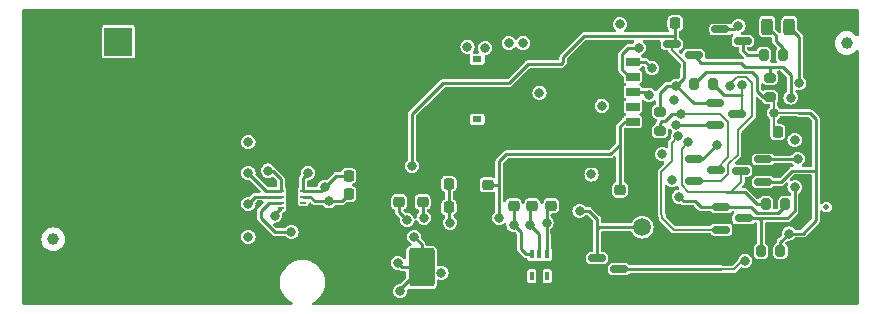
<source format=gbr>
%TF.GenerationSoftware,KiCad,Pcbnew,8.0.5*%
%TF.CreationDate,2024-10-08T13:53:17+03:00*%
%TF.ProjectId,LEXI-R422,4c455849-2d52-4343-9232-2e6b69636164,rev?*%
%TF.SameCoordinates,Original*%
%TF.FileFunction,Copper,L1,Top*%
%TF.FilePolarity,Positive*%
%FSLAX46Y46*%
G04 Gerber Fmt 4.6, Leading zero omitted, Abs format (unit mm)*
G04 Created by KiCad (PCBNEW 8.0.5) date 2024-10-08 13:53:17*
%MOMM*%
%LPD*%
G01*
G04 APERTURE LIST*
G04 Aperture macros list*
%AMRoundRect*
0 Rectangle with rounded corners*
0 $1 Rounding radius*
0 $2 $3 $4 $5 $6 $7 $8 $9 X,Y pos of 4 corners*
0 Add a 4 corners polygon primitive as box body*
4,1,4,$2,$3,$4,$5,$6,$7,$8,$9,$2,$3,0*
0 Add four circle primitives for the rounded corners*
1,1,$1+$1,$2,$3*
1,1,$1+$1,$4,$5*
1,1,$1+$1,$6,$7*
1,1,$1+$1,$8,$9*
0 Add four rect primitives between the rounded corners*
20,1,$1+$1,$2,$3,$4,$5,0*
20,1,$1+$1,$4,$5,$6,$7,0*
20,1,$1+$1,$6,$7,$8,$9,0*
20,1,$1+$1,$8,$9,$2,$3,0*%
G04 Aperture macros list end*
%TA.AperFunction,SMDPad,CuDef*%
%ADD10RoundRect,0.225000X0.250000X-0.225000X0.250000X0.225000X-0.250000X0.225000X-0.250000X-0.225000X0*%
%TD*%
%TA.AperFunction,SMDPad,CuDef*%
%ADD11RoundRect,0.250001X-0.837499X-1.399999X0.837499X-1.399999X0.837499X1.399999X-0.837499X1.399999X0*%
%TD*%
%TA.AperFunction,SMDPad,CuDef*%
%ADD12RoundRect,0.225000X-0.225000X-0.250000X0.225000X-0.250000X0.225000X0.250000X-0.225000X0.250000X0*%
%TD*%
%TA.AperFunction,SMDPad,CuDef*%
%ADD13R,0.350000X0.800000*%
%TD*%
%TA.AperFunction,SMDPad,CuDef*%
%ADD14RoundRect,0.150000X-0.587500X-0.150000X0.587500X-0.150000X0.587500X0.150000X-0.587500X0.150000X0*%
%TD*%
%TA.AperFunction,SMDPad,CuDef*%
%ADD15R,1.150000X0.650000*%
%TD*%
%TA.AperFunction,SMDPad,CuDef*%
%ADD16R,1.300000X0.450000*%
%TD*%
%TA.AperFunction,SMDPad,CuDef*%
%ADD17R,1.700000X1.400000*%
%TD*%
%TA.AperFunction,SMDPad,CuDef*%
%ADD18R,0.800000X0.540000*%
%TD*%
%TA.AperFunction,SMDPad,CuDef*%
%ADD19RoundRect,0.200000X-0.200000X-0.275000X0.200000X-0.275000X0.200000X0.275000X-0.200000X0.275000X0*%
%TD*%
%TA.AperFunction,SMDPad,CuDef*%
%ADD20C,1.500000*%
%TD*%
%TA.AperFunction,SMDPad,CuDef*%
%ADD21RoundRect,0.150000X0.587500X0.150000X-0.587500X0.150000X-0.587500X-0.150000X0.587500X-0.150000X0*%
%TD*%
%TA.AperFunction,SMDPad,CuDef*%
%ADD22RoundRect,0.200000X0.200000X0.275000X-0.200000X0.275000X-0.200000X-0.275000X0.200000X-0.275000X0*%
%TD*%
%TA.AperFunction,SMDPad,CuDef*%
%ADD23RoundRect,0.062500X-0.187500X-0.062500X0.187500X-0.062500X0.187500X0.062500X-0.187500X0.062500X0*%
%TD*%
%TA.AperFunction,ComponentPad*%
%ADD24C,0.600000*%
%TD*%
%TA.AperFunction,SMDPad,CuDef*%
%ADD25R,0.900000X1.600000*%
%TD*%
%TA.AperFunction,SMDPad,CuDef*%
%ADD26RoundRect,0.225000X0.225000X0.250000X-0.225000X0.250000X-0.225000X-0.250000X0.225000X-0.250000X0*%
%TD*%
%TA.AperFunction,ComponentPad*%
%ADD27R,2.400000X2.400000*%
%TD*%
%TA.AperFunction,ComponentPad*%
%ADD28C,2.400000*%
%TD*%
%TA.AperFunction,SMDPad,CuDef*%
%ADD29RoundRect,0.200000X0.275000X-0.200000X0.275000X0.200000X-0.275000X0.200000X-0.275000X-0.200000X0*%
%TD*%
%TA.AperFunction,SMDPad,CuDef*%
%ADD30C,1.000000*%
%TD*%
%TA.AperFunction,SMDPad,CuDef*%
%ADD31RoundRect,0.225000X-0.250000X0.225000X-0.250000X-0.225000X0.250000X-0.225000X0.250000X0.225000X0*%
%TD*%
%TA.AperFunction,SMDPad,CuDef*%
%ADD32C,0.500000*%
%TD*%
%TA.AperFunction,SMDPad,CuDef*%
%ADD33RoundRect,0.243750X-0.243750X-0.456250X0.243750X-0.456250X0.243750X0.456250X-0.243750X0.456250X0*%
%TD*%
%TA.AperFunction,ViaPad*%
%ADD34C,0.600000*%
%TD*%
%TA.AperFunction,ViaPad*%
%ADD35C,0.400000*%
%TD*%
%TA.AperFunction,ViaPad*%
%ADD36C,0.800000*%
%TD*%
%TA.AperFunction,Conductor*%
%ADD37C,0.250000*%
%TD*%
%TA.AperFunction,Conductor*%
%ADD38C,0.200000*%
%TD*%
G04 APERTURE END LIST*
D10*
%TO.P,C1,1*%
%TO.N,/uRST*%
X48400000Y5625000D03*
%TO.P,C1,2*%
%TO.N,GND*%
X48400000Y7175000D03*
%TD*%
%TO.P,C2,1*%
%TO.N,/uCLK*%
X46800000Y5625000D03*
%TO.P,C2,2*%
%TO.N,GND*%
X46800000Y7175000D03*
%TD*%
%TO.P,C3,1*%
%TO.N,/uData*%
X45200000Y5625000D03*
%TO.P,C3,2*%
%TO.N,GND*%
X45200000Y7175000D03*
%TD*%
%TO.P,C4,1*%
%TO.N,GND*%
X54200000Y5425000D03*
%TO.P,C4,2*%
%TO.N,/uVDD*%
X54200000Y6975000D03*
%TD*%
D11*
%TO.P,C6,1*%
%TO.N,/VBAT*%
X37412500Y400000D03*
%TO.P,C6,2*%
%TO.N,GND*%
X43787500Y400000D03*
%TD*%
D10*
%TO.P,C7,1*%
%TO.N,/VBAT*%
X37500000Y5950000D03*
%TO.P,C7,2*%
%TO.N,GND*%
X37500000Y7500000D03*
%TD*%
D12*
%TO.P,C8,1*%
%TO.N,/VBAT*%
X31250000Y8174800D03*
%TO.P,C8,2*%
%TO.N,GND*%
X32800000Y8174800D03*
%TD*%
%TO.P,C9,1*%
%TO.N,/VBAT*%
X39725000Y5500000D03*
%TO.P,C9,2*%
%TO.N,GND*%
X41275000Y5500000D03*
%TD*%
%TO.P,C10,1*%
%TO.N,/VBAT*%
X31250000Y6600000D03*
%TO.P,C10,2*%
%TO.N,GND*%
X32800000Y6600000D03*
%TD*%
%TO.P,C11,1*%
%TO.N,/VBAT*%
X39725000Y7500000D03*
%TO.P,C11,2*%
%TO.N,GND*%
X41275000Y7500000D03*
%TD*%
D10*
%TO.P,C12,1*%
%TO.N,/VBAT*%
X35500000Y5950000D03*
%TO.P,C12,2*%
%TO.N,GND*%
X35500000Y7500000D03*
%TD*%
D13*
%TO.P,D1,1*%
%TO.N,unconnected-(D1-Pad1)*%
X46750000Y-350000D03*
%TO.P,D1,2*%
%TO.N,GND*%
X47400000Y-350000D03*
%TO.P,D1,3*%
%TO.N,unconnected-(D1-Pad3)*%
X48050000Y-350000D03*
%TO.P,D1,4*%
%TO.N,/uRST*%
X48050000Y1550000D03*
%TO.P,D1,5*%
%TO.N,/uCLK*%
X47400000Y1550000D03*
%TO.P,D1,6*%
%TO.N,/uData*%
X46750000Y1550000D03*
%TD*%
D14*
%TO.P,Q8,1,B*%
%TO.N,/Network*%
X62725000Y20550000D03*
%TO.P,Q8,2,E*%
%TO.N,GND*%
X62725000Y18650000D03*
%TO.P,Q8,3,C*%
%TO.N,Net-(Q8-C)*%
X64600000Y19600000D03*
%TD*%
D15*
%TO.P,J11,C1,VCC*%
%TO.N,/uVDD*%
X55295000Y12745000D03*
%TO.P,J11,C2,RST*%
%TO.N,/uRST*%
X55295000Y15285000D03*
%TO.P,J11,C3,CLK*%
%TO.N,/uCLK*%
X55295000Y17825000D03*
%TO.P,J11,C5,GND*%
%TO.N,GND*%
X55295000Y11475000D03*
%TO.P,J11,C6,VPP*%
%TO.N,unconnected-(J11-VPP-PadC6)*%
X55295000Y14015000D03*
%TO.P,J11,C7,I/O*%
%TO.N,/uData*%
X55295000Y16555000D03*
D16*
%TO.P,J11,G1,GND*%
%TO.N,GND*%
X53125000Y9230000D03*
%TO.P,J11,G2,GND*%
X51125000Y9230000D03*
%TO.P,J11,G3,GND*%
X53125000Y21770000D03*
%TO.P,J11,G4,GND*%
X51125000Y21770000D03*
D17*
%TO.P,J11,G5,GND*%
X41565000Y21605000D03*
%TO.P,J11,G6,GND*%
X41565000Y9395000D03*
D18*
%TO.P,J11,X1*%
%TO.N,N/C*%
X42145000Y12960000D03*
%TO.P,J11,X2*%
X42145000Y18040000D03*
%TD*%
D19*
%TO.P,R6,1*%
%TO.N,/RxD*%
X66150000Y1800000D03*
%TO.P,R6,2*%
%TO.N,/+3V3_UC*%
X67800000Y1800000D03*
%TD*%
D20*
%TO.P,TP4,1,1*%
%TO.N,/PWRKEY*%
X56100000Y3800000D03*
%TD*%
D21*
%TO.P,Q5,1,B*%
%TO.N,/+3V3_UC*%
X66337500Y7650000D03*
%TO.P,Q5,2,E*%
%TO.N,/TxD*%
X66337500Y9550000D03*
%TO.P,Q5,3,C*%
%TO.N,/TXD*%
X64462500Y8600000D03*
%TD*%
D22*
%TO.P,R7,1*%
%TO.N,/uDCD*%
X62125000Y15900000D03*
%TO.P,R7,2*%
%TO.N,/+3V3_UC*%
X60475000Y15900000D03*
%TD*%
D23*
%TO.P,U1,1,VIN*%
%TO.N,/+3V6d*%
X25500000Y6900000D03*
%TO.P,U1,2,VIN*%
X25500000Y6400000D03*
%TO.P,U1,3,ON*%
%TO.N,/Alim*%
X25500000Y5900000D03*
%TO.P,U1,4,VBIAS*%
%TO.N,/+3V6d*%
X25500000Y5400000D03*
%TO.P,U1,5,GND*%
%TO.N,GND*%
X27400000Y5400000D03*
%TO.P,U1,6,CT*%
%TO.N,unconnected-(U1-CT-Pad6)*%
X27400000Y5900000D03*
%TO.P,U1,7,VOUT*%
%TO.N,/VBAT*%
X27400000Y6400000D03*
%TO.P,U1,8,VOUT*%
X27400000Y6900000D03*
D24*
%TO.P,U1,9,PAD*%
%TO.N,GND*%
X26450000Y6650000D03*
D25*
X26450000Y6150000D03*
D24*
X26450000Y5650000D03*
%TD*%
D26*
%TO.P,C16,1*%
%TO.N,/VDD_EXT*%
X58875000Y21090000D03*
%TO.P,C16,2*%
%TO.N,GND*%
X57325000Y21090000D03*
%TD*%
D12*
%TO.P,C17,1*%
%TO.N,GND*%
X66025000Y11880000D03*
%TO.P,C17,2*%
%TO.N,/+3V3_UC*%
X67575000Y11880000D03*
%TD*%
D27*
%TO.P,BT1,1,+*%
%TO.N,/+3V6d*%
X11750000Y19500000D03*
D28*
%TO.P,BT1,2,-*%
%TO.N,GND*%
X11750000Y-1500000D03*
%TO.P,BT1,3,-*%
X15500000Y-1500000D03*
%TO.P,BT1,4,-*%
X8000000Y-1500000D03*
%TD*%
D19*
%TO.P,R8,1*%
%TO.N,/TXD*%
X66575000Y5800000D03*
%TO.P,R8,2*%
%TO.N,/VDD_EXT*%
X68225000Y5800000D03*
%TD*%
D29*
%TO.P,R9,1*%
%TO.N,/DTR*%
X57600000Y11950000D03*
%TO.P,R9,2*%
%TO.N,/VDD_EXT*%
X57600000Y13600000D03*
%TD*%
D14*
%TO.P,Q1,1,B*%
%TO.N,/VDD_EXT*%
X58590000Y19330000D03*
%TO.P,Q1,2,E*%
%TO.N,GND*%
X58590000Y17430000D03*
%TO.P,Q1,3,C*%
%TO.N,/PowerDown*%
X60465000Y18380000D03*
%TD*%
D30*
%TO.P,FID1,*%
%TO.N,*%
X73400000Y19400000D03*
%TD*%
D22*
%TO.P,R2,1*%
%TO.N,Net-(D2-K)*%
X68025000Y18400000D03*
%TO.P,R2,2*%
%TO.N,Net-(Q8-C)*%
X66375000Y18400000D03*
%TD*%
D14*
%TO.P,Q2,1,B*%
%TO.N,/VDD_EXT*%
X62800000Y5500000D03*
%TO.P,Q2,2,E*%
%TO.N,/RXD*%
X62800000Y3600000D03*
%TO.P,Q2,3,C*%
%TO.N,/RxD*%
X64675000Y4550000D03*
%TD*%
%TO.P,Q6,1,B*%
%TO.N,/+3V3_UC*%
X60462500Y9600000D03*
%TO.P,Q6,2,E*%
%TO.N,/uDTR*%
X60462500Y7700000D03*
%TO.P,Q6,3,C*%
%TO.N,/DTR*%
X62337500Y8650000D03*
%TD*%
D30*
%TO.P,FID4,*%
%TO.N,*%
X6223000Y2794000D03*
%TD*%
D31*
%TO.P,C15,1*%
%TO.N,/uVDD*%
X43000000Y7400000D03*
%TO.P,C15,2*%
%TO.N,GND*%
X43000000Y5850000D03*
%TD*%
D32*
%TO.P,TP1,1,1*%
%TO.N,unconnected-(TP1-Pad1)*%
X71689600Y5511800D03*
%TD*%
D33*
%TO.P,D2,1,K*%
%TO.N,Net-(D2-K)*%
X66662500Y20800000D03*
%TO.P,D2,2,A*%
%TO.N,/+3V6d*%
X68537500Y20800000D03*
%TD*%
D14*
%TO.P,Q4,1,B*%
%TO.N,/VDD_EXT*%
X62262500Y14350000D03*
%TO.P,Q4,2,E*%
%TO.N,/DCD*%
X62262500Y12450000D03*
%TO.P,Q4,3,C*%
%TO.N,/uDCD*%
X64137500Y13400000D03*
%TD*%
D29*
%TO.P,R5,1*%
%TO.N,/+3V3_UC*%
X66910000Y14835000D03*
%TO.P,R5,2*%
%TO.N,/PowerDown*%
X66910000Y16485000D03*
%TD*%
D21*
%TO.P,Q3,1,B*%
%TO.N,/uPWRKEY*%
X54137500Y250000D03*
%TO.P,Q3,2,E*%
%TO.N,GND*%
X54137500Y2150000D03*
%TO.P,Q3,3,C*%
%TO.N,/PWRKEY*%
X52262500Y1200000D03*
%TD*%
D34*
%TO.N,GND*%
X70993000Y-993657D03*
X17653000Y-993657D03*
X51943000Y18056343D03*
X18923000Y276343D03*
X53213000Y-993657D03*
X4953000Y4086343D03*
X22733000Y276343D03*
X72263000Y14246343D03*
X13843000Y14246343D03*
X41783000Y2816343D03*
X73533000Y276343D03*
X11303000Y10436343D03*
X73533000Y2816343D03*
X11303000Y9166343D03*
X12573000Y10436343D03*
X31623000Y-993657D03*
X73533000Y12976343D03*
X29083000Y12976343D03*
X31623000Y20596343D03*
X68453000Y-993657D03*
X25273000Y10436343D03*
X8763000Y19326343D03*
X70993000Y1546343D03*
D35*
X35400000Y15200000D03*
X32400000Y15000000D03*
D34*
X13843000Y11706343D03*
X7493000Y1546343D03*
X73533000Y4086343D03*
X10033000Y11706343D03*
X18923000Y14246343D03*
X21463000Y14246343D03*
X7493000Y18056343D03*
X10033000Y14246343D03*
X22733000Y16786343D03*
X6223000Y11706343D03*
X37973000Y20596343D03*
X6223000Y18056343D03*
X13843000Y4086343D03*
D35*
X57000000Y18400000D03*
D34*
X72263000Y1546343D03*
X39243000Y19326343D03*
X32893000Y11706343D03*
X73533000Y1546343D03*
X24003000Y14246343D03*
X4953000Y-993657D03*
X15113000Y9166343D03*
X13843000Y16786343D03*
X30353000Y12976343D03*
X20193000Y6626343D03*
D35*
X27130000Y16960000D03*
D34*
X50673000Y1546343D03*
X51943000Y16786343D03*
X24003000Y-993657D03*
X6223000Y15516343D03*
X22733000Y14246343D03*
X18923000Y-993657D03*
X22733000Y18056343D03*
X15113000Y11706343D03*
X12573000Y5356343D03*
D35*
X30590000Y17150000D03*
D34*
X34163000Y11706343D03*
X25273000Y276343D03*
X6223000Y276343D03*
X51943000Y-993657D03*
X6223000Y20596343D03*
X54483000Y-993657D03*
X51943000Y19326343D03*
X41783000Y4086343D03*
D35*
X31800000Y15000000D03*
D34*
X58293000Y-993657D03*
X20193000Y11706343D03*
X72263000Y276343D03*
X72263000Y6626343D03*
X11303000Y11706343D03*
X20193000Y2816343D03*
X15113000Y4086343D03*
X11303000Y5356343D03*
D35*
X32400000Y17200000D03*
D34*
X22733000Y-993657D03*
X73533000Y14246343D03*
X73533000Y-993657D03*
X20193000Y5356343D03*
X25273000Y15516343D03*
X26543000Y12976343D03*
X8763000Y1546343D03*
X30353000Y-993657D03*
X20193000Y7896343D03*
X13843000Y2816343D03*
X57023000Y-993657D03*
X72263000Y2816343D03*
X21463000Y19326343D03*
X13843000Y18056343D03*
X24003000Y16786343D03*
X16383000Y15516343D03*
X15113000Y1546343D03*
X7493000Y19326343D03*
X10033000Y276343D03*
X18923000Y15516343D03*
X4953000Y16786343D03*
X49403000Y1546343D03*
X73533000Y11706343D03*
X11303000Y4086343D03*
X21463000Y16786343D03*
D35*
X33000000Y15000000D03*
D34*
X7493000Y15516343D03*
X59563000Y-993657D03*
X12573000Y11706343D03*
X26543000Y11706343D03*
X58293000Y5356343D03*
X50673000Y-993657D03*
X57023000Y1546343D03*
X21463000Y276343D03*
X55753000Y1546343D03*
X72263000Y12976343D03*
D35*
X28920000Y17470000D03*
D34*
X55753000Y6626343D03*
X17653000Y14246343D03*
X21463000Y18056343D03*
X63373000Y-993657D03*
X15113000Y5356343D03*
X12573000Y4086343D03*
X32893000Y10436343D03*
X10033000Y16786343D03*
X32893000Y20596343D03*
X20193000Y4086343D03*
X10033000Y15516343D03*
X8763000Y15516343D03*
X34163000Y20596343D03*
X12573000Y2816343D03*
X13843000Y19326343D03*
X24003000Y18056343D03*
X25273000Y12976343D03*
X35433000Y19326343D03*
X21463000Y15516343D03*
X12573000Y1546343D03*
X13843000Y5356343D03*
X13843000Y9166343D03*
X24003000Y276343D03*
X55753000Y5356343D03*
X24003000Y19326343D03*
X27813000Y11706343D03*
X68453000Y276343D03*
X31623000Y12976343D03*
X32893000Y19326343D03*
X13843000Y15516343D03*
X4953000Y18056343D03*
D35*
X29990000Y17120000D03*
D34*
X7493000Y20596343D03*
D35*
X26840000Y17480000D03*
X36000000Y15200000D03*
D34*
X41783000Y1546343D03*
D35*
X28220000Y15600000D03*
D34*
X72263000Y9166343D03*
X8763000Y12976343D03*
X13843000Y6626343D03*
X15113000Y14246343D03*
D36*
X22707600Y21285200D03*
D34*
X15113000Y15516343D03*
X20193000Y276343D03*
X20193000Y1546343D03*
X70993000Y276343D03*
D35*
X31200000Y15000000D03*
D34*
X36703000Y20596343D03*
X34163000Y19326343D03*
D35*
X29340000Y17120000D03*
D34*
X69723000Y276343D03*
X64643000Y-993657D03*
X58293000Y1546343D03*
X29083000Y11706343D03*
X27813000Y12976343D03*
X11303000Y2816343D03*
X7493000Y16786343D03*
X4953000Y15516343D03*
X15113000Y12976343D03*
X34163000Y12976343D03*
X30353000Y11706343D03*
X73533000Y10436343D03*
X39243000Y20596343D03*
X35433000Y20596343D03*
X73533000Y7896343D03*
X48133000Y19326343D03*
X73533000Y6626343D03*
X4953000Y11706343D03*
X26543000Y10436343D03*
X25273000Y11706343D03*
X4953000Y276343D03*
X12573000Y16786343D03*
X20193000Y12976343D03*
X36703000Y19326343D03*
X16383000Y14246343D03*
X4953000Y20596343D03*
X8763000Y16786343D03*
X60833000Y-993657D03*
X8763000Y2816343D03*
X12573000Y7896343D03*
X26543000Y14246343D03*
X15113000Y2816343D03*
X25273000Y1546343D03*
X35433000Y12976343D03*
X72263000Y11706343D03*
X7493000Y14246343D03*
X4953000Y19326343D03*
X11303000Y12976343D03*
D35*
X31800000Y17200000D03*
D34*
X10033000Y12976343D03*
X17653000Y15516343D03*
X41783000Y-993657D03*
X32893000Y12976343D03*
X73533000Y9166343D03*
D35*
X31200000Y17200000D03*
D34*
X20193000Y9166343D03*
X10033000Y1546343D03*
X4953000Y1546343D03*
X6223000Y16786343D03*
X15113000Y6626343D03*
D35*
X28740000Y15350000D03*
D34*
X15113000Y10436343D03*
X13843000Y276343D03*
X20193000Y-993657D03*
X24003000Y15516343D03*
X10033000Y4086343D03*
X12573000Y14246343D03*
X22733000Y19326343D03*
X8763000Y4086343D03*
X55753000Y-993657D03*
X11303000Y14246343D03*
X72263000Y7896343D03*
X10033000Y2816343D03*
X20193000Y15516343D03*
X8763000Y20596343D03*
D35*
X34800000Y17200000D03*
D34*
X11303000Y15516343D03*
X25273000Y16786343D03*
D35*
X36600000Y17000000D03*
X36000000Y17000000D03*
D34*
X20193000Y10436343D03*
X34163000Y9166343D03*
X40513000Y1546343D03*
X31623000Y19326343D03*
D35*
X67800000Y10600000D03*
D34*
X8763000Y18056343D03*
D35*
X33000000Y17200000D03*
D34*
X73533000Y5356343D03*
X13843000Y20596343D03*
D35*
X33600000Y15000000D03*
D34*
X72263000Y-993657D03*
X72263000Y4086343D03*
D35*
X27350000Y16440000D03*
X35400000Y17000000D03*
X27740000Y15970000D03*
D34*
X49403000Y-993657D03*
X11303000Y16786343D03*
X72263000Y10436343D03*
X12573000Y9166343D03*
X12573000Y12976343D03*
X13843000Y12976343D03*
X6223000Y19326343D03*
D35*
X33600000Y17200000D03*
D34*
X69723000Y1546343D03*
X13843000Y10436343D03*
D35*
X34200000Y17200000D03*
D34*
X12573000Y6626343D03*
X31623000Y11706343D03*
X69723000Y-993657D03*
X34163000Y10436343D03*
X15113000Y7896343D03*
X21463000Y-993657D03*
X17653000Y276343D03*
X20193000Y14246343D03*
X25273000Y14246343D03*
X37973000Y19326343D03*
X62103000Y-993657D03*
D35*
X36600000Y15200000D03*
X56800000Y16200000D03*
D34*
X22733000Y15516343D03*
X12573000Y15516343D03*
X13843000Y1546343D03*
X13843000Y7896343D03*
X48133000Y20596343D03*
X35433000Y11706343D03*
X11303000Y1546343D03*
X8763000Y14246343D03*
D36*
%TO.N,/uRST*%
X56675000Y15000000D03*
X48000000Y4200000D03*
%TO.N,/uCLK*%
X46600000Y4000000D03*
X56920000Y17280000D03*
%TO.N,/uData*%
X45200000Y4000000D03*
X55800000Y19000000D03*
%TO.N,/uVDD*%
X44000000Y4600000D03*
%TO.N,/VBAT*%
X29200000Y7200000D03*
X36200000Y4400000D03*
X39800000Y4200000D03*
X35400000Y800000D03*
X37600000Y4600000D03*
X35600000Y-1600000D03*
X36800000Y3000000D03*
X29600000Y6000000D03*
X27800000Y8400000D03*
%TO.N,/uPWRKEY*%
X69000000Y11200000D03*
X64800000Y959998D03*
%TO.N,/uDTR*%
X63532858Y15799356D03*
%TO.N,/TxD*%
X69275000Y9600000D03*
%TO.N,/RxD*%
X69000000Y7200000D03*
%TO.N,/uDCD*%
X64532815Y15808952D03*
%TO.N,/RXD*%
X59148889Y11524985D03*
X41300000Y19100000D03*
%TO.N,/TXD*%
X60000000Y11000000D03*
X42800000Y19000000D03*
%TO.N,/VDD_EXT*%
X59200000Y6400000D03*
X36600000Y9000000D03*
X59000000Y15800000D03*
%TO.N,/DTR*%
X46000000Y19400000D03*
X59400000Y13400000D03*
%TO.N,/DCD*%
X58952785Y12505571D03*
X44800000Y19400000D03*
%TO.N,/PWRKEY*%
X50800000Y5200000D03*
%TO.N,/Alim*%
X39100000Y-50000D03*
X26400000Y3400000D03*
%TO.N,/+3V6d*%
X22750000Y8400000D03*
X69400000Y16000000D03*
X22750000Y5800000D03*
X24400000Y8600000D03*
X25000000Y4800000D03*
X22750000Y11000000D03*
X22750000Y3000000D03*
%TO.N,/+3V3_UC*%
X68500000Y3275000D03*
X67250000Y13500000D03*
X62400000Y10800000D03*
%TO.N,/Vbus*%
X58800000Y14600000D03*
X52675000Y14100000D03*
%TO.N,/U5V*%
X58600000Y7800000D03*
X51800000Y8275000D03*
%TO.N,/P99*%
X47400000Y15200000D03*
X57800000Y10000000D03*
%TO.N,/Network*%
X64246154Y20869231D03*
X54200000Y21000000D03*
%TO.N,/PowerDown*%
X68660000Y14790000D03*
%TD*%
D37*
%TO.N,/uRST*%
X48050000Y3050000D02*
X48000000Y3100000D01*
X48000000Y5225000D02*
X48400000Y5625000D01*
X48050000Y1550000D02*
X48050000Y3050000D01*
X56600000Y15000000D02*
X56315000Y15285000D01*
X48000000Y3100000D02*
X48000000Y4200000D01*
X56315000Y15285000D02*
X55295000Y15285000D01*
X48000000Y4200000D02*
X48000000Y5225000D01*
X56675000Y15000000D02*
X56600000Y15000000D01*
%TO.N,/uCLK*%
X47400000Y3200000D02*
X46600000Y4000000D01*
X56920000Y17280000D02*
X56375000Y17825000D01*
X46600000Y4000000D02*
X46600000Y5425000D01*
X46600000Y5425000D02*
X46800000Y5625000D01*
X47400000Y1550000D02*
X47400000Y3200000D01*
X56375000Y17825000D02*
X55295000Y17825000D01*
%TO.N,/uData*%
X45800000Y2000000D02*
X46250000Y1550000D01*
X55015000Y16555000D02*
X55295000Y16555000D01*
X45800000Y3400000D02*
X45800000Y2000000D01*
X54395000Y17175000D02*
X55015000Y16555000D01*
X46250000Y1550000D02*
X46750000Y1550000D01*
X45200000Y4000000D02*
X45200000Y5625000D01*
X45200000Y4000000D02*
X45800000Y3400000D01*
X54920000Y19000000D02*
X54395000Y18475000D01*
X54395000Y18475000D02*
X54395000Y17175000D01*
X55800000Y19000000D02*
X54920000Y19000000D01*
%TO.N,/uVDD*%
X43000000Y7425000D02*
X43975000Y7425000D01*
X44600000Y10000000D02*
X53400000Y10000000D01*
X54600000Y12745000D02*
X55295000Y12745000D01*
X54200000Y11000000D02*
X54200000Y12345000D01*
X44000000Y4600000D02*
X44000000Y7400000D01*
X53400000Y10000000D02*
X54200000Y10800000D01*
X44000000Y7400000D02*
X44000000Y9400000D01*
X54200000Y12345000D02*
X54600000Y12745000D01*
X54200000Y10800000D02*
X54200000Y11000000D01*
X43975000Y7425000D02*
X44000000Y7400000D01*
X54200000Y6975000D02*
X54200000Y11000000D01*
X44000000Y9400000D02*
X44600000Y10000000D01*
%TO.N,/VBAT*%
X30650000Y6000000D02*
X31250000Y6600000D01*
X37412500Y400000D02*
X35600000Y-1412500D01*
X28900000Y6900000D02*
X29200000Y7200000D01*
X39725000Y5500000D02*
X39725000Y4275000D01*
X35600000Y-1412500D02*
X35600000Y-1600000D01*
X30174800Y8174800D02*
X31250000Y8174800D01*
X27400000Y8000000D02*
X27800000Y8400000D01*
X37500000Y4700000D02*
X37600000Y4600000D01*
X27400000Y6900000D02*
X27400000Y8000000D01*
X39725000Y4275000D02*
X39800000Y4200000D01*
X29200000Y7200000D02*
X30174800Y8174800D01*
X36200000Y4400000D02*
X35500000Y5100000D01*
X35800000Y400000D02*
X35400000Y800000D01*
X37412500Y2387500D02*
X36800000Y3000000D01*
X35500000Y5100000D02*
X35500000Y5950000D01*
X27400000Y6400000D02*
X28000000Y6400000D01*
X27400000Y6900000D02*
X28900000Y6900000D01*
X37500000Y5950000D02*
X37500000Y4700000D01*
X29600000Y6000000D02*
X30650000Y6000000D01*
X39725000Y7500000D02*
X39725000Y5500000D01*
X29400000Y6000000D02*
X29600000Y6000000D01*
X37412500Y400000D02*
X35800000Y400000D01*
X28000000Y6400000D02*
X28400000Y6000000D01*
X28400000Y6000000D02*
X29400000Y6000000D01*
X37412500Y400000D02*
X37412500Y2387500D01*
D38*
%TO.N,/uPWRKEY*%
X62800000Y250000D02*
X63850000Y250000D01*
X63850000Y250000D02*
X64800000Y1200000D01*
X64800000Y1200000D02*
X64800000Y959998D01*
D37*
X62800000Y250000D02*
X54137500Y250000D01*
D38*
X69000000Y11200000D02*
X68905000Y11105000D01*
%TO.N,/uDTR*%
X65400000Y13200000D02*
X64200000Y12000000D01*
X63375000Y8309448D02*
X62765552Y7700000D01*
X64200000Y9946815D02*
X63375000Y9121815D01*
X62765552Y7700000D02*
X60462500Y7700000D01*
X64200000Y12000000D02*
X64200000Y9946815D01*
X63532858Y15922808D02*
X64119002Y16508952D01*
X63375000Y9121815D02*
X63375000Y8309448D01*
X64119002Y16508952D02*
X64891048Y16508952D01*
X64891048Y16508952D02*
X65400000Y16000000D01*
X65400000Y16000000D02*
X65400000Y13200000D01*
X63532858Y15799356D02*
X63532858Y15922808D01*
D37*
%TO.N,/TxD*%
X69225000Y9550000D02*
X69275000Y9600000D01*
X66337500Y9550000D02*
X69225000Y9550000D01*
%TO.N,/RxD*%
X64675000Y4550000D02*
X66000000Y4550000D01*
X66000000Y4550000D02*
X68350000Y4550000D01*
X68350000Y4550000D02*
X69000000Y5200000D01*
X66150000Y1800000D02*
X66150000Y4400000D01*
X66150000Y4400000D02*
X66000000Y4550000D01*
X69000000Y5200000D02*
X69000000Y7200000D01*
%TO.N,/uDCD*%
X63100000Y15000000D02*
X63025000Y15000000D01*
D38*
X64532815Y15808952D02*
X64532815Y15000000D01*
X64532815Y15000000D02*
X64532815Y13795315D01*
D37*
X62025000Y15800000D02*
X62200000Y15800000D01*
X63000000Y15000000D02*
X63100000Y15000000D01*
X63025000Y15000000D02*
X62125000Y15900000D01*
D38*
X64532815Y13795315D02*
X64137500Y13400000D01*
D37*
X63100000Y15000000D02*
X64532815Y15000000D01*
D38*
%TO.N,/RXD*%
X57693000Y4907000D02*
X57693000Y8493000D01*
X59200000Y11576096D02*
X59148889Y11524985D01*
X62800000Y3600000D02*
X58800000Y3600000D01*
X59200000Y11600000D02*
X59200000Y11576096D01*
X57800000Y4800000D02*
X57693000Y4907000D01*
X58600000Y9400000D02*
X58600000Y10976096D01*
X59300000Y11600000D02*
X59200000Y11600000D01*
X57693000Y8493000D02*
X58600000Y9400000D01*
X58800000Y3600000D02*
X57800000Y4600000D01*
X57800000Y4600000D02*
X57800000Y4800000D01*
X58600000Y10976096D02*
X59148889Y11524985D01*
%TO.N,/TXD*%
X64462500Y7662500D02*
X64462500Y8600000D01*
X59984448Y6800000D02*
X62800000Y6800000D01*
X63600000Y6800000D02*
X64462500Y7662500D01*
X59425000Y10425000D02*
X59425000Y7359448D01*
D37*
X65800000Y5800000D02*
X64800000Y6800000D01*
D38*
X62800000Y6800000D02*
X63600000Y6800000D01*
D37*
X66575000Y5800000D02*
X65800000Y5800000D01*
D38*
X59425000Y7359448D02*
X59984448Y6800000D01*
X63200000Y6800000D02*
X63600000Y6800000D01*
X60000000Y11000000D02*
X59425000Y10425000D01*
D37*
X64800000Y6800000D02*
X63200000Y6800000D01*
D38*
X62800000Y6800000D02*
X63200000Y6800000D01*
D37*
%TO.N,/VDD_EXT*%
X36600000Y9000000D02*
X36600000Y13400000D01*
X59200000Y6400000D02*
X59600000Y6000000D01*
X51200000Y20000000D02*
X58875000Y20000000D01*
X49400000Y18200000D02*
X51200000Y20000000D01*
D38*
X58590000Y18841592D02*
X59652500Y17779092D01*
D37*
X68225000Y5625000D02*
X67600000Y5000000D01*
X44800000Y16000000D02*
X46400000Y17600000D01*
X57600000Y15200000D02*
X58200000Y15800000D01*
X39200000Y16000000D02*
X44800000Y16000000D01*
D38*
X58590000Y19330000D02*
X58590000Y18841592D01*
D37*
X49200000Y17600000D02*
X49400000Y17800000D01*
X62800000Y5500000D02*
X61100000Y5500000D01*
X49400000Y17800000D02*
X49400000Y18200000D01*
X59000000Y15800000D02*
X60450000Y14350000D01*
X60450000Y14350000D02*
X62262500Y14350000D01*
X65300000Y5500000D02*
X65800000Y5000000D01*
X59600000Y6000000D02*
X60600000Y6000000D01*
X46400000Y17600000D02*
X49200000Y17600000D01*
X58875000Y19615000D02*
X58590000Y19330000D01*
X62800000Y5500000D02*
X65300000Y5500000D01*
X59000000Y15800000D02*
X59652500Y16452500D01*
X59652500Y16452500D02*
X59652500Y17779092D01*
X58875000Y21090000D02*
X58875000Y20000000D01*
X68225000Y5800000D02*
X68225000Y5625000D01*
X36600000Y13400000D02*
X39200000Y16000000D01*
X61100000Y5500000D02*
X60600000Y6000000D01*
X58875000Y20000000D02*
X58875000Y19615000D01*
X57600000Y13600000D02*
X57600000Y15200000D01*
X58200000Y15800000D02*
X59000000Y15800000D01*
X65800000Y5000000D02*
X67600000Y5000000D01*
%TO.N,/DTR*%
X58650000Y13400000D02*
X59400000Y13400000D01*
D38*
X62337500Y8650000D02*
X63400000Y9712500D01*
D37*
X57600000Y11950000D02*
X57600000Y12600000D01*
D38*
X62690552Y13400000D02*
X59400000Y13400000D01*
X63400000Y9712500D02*
X63400000Y12690552D01*
D37*
X57800000Y12800000D02*
X58050000Y12800000D01*
X58050000Y12800000D02*
X58650000Y13400000D01*
D38*
X63400000Y12690552D02*
X62690552Y13400000D01*
D37*
X57600000Y12600000D02*
X57800000Y12800000D01*
D38*
%TO.N,/DCD*%
X58952785Y12505571D02*
X58952785Y12552785D01*
D37*
X62262500Y12450000D02*
X59008356Y12450000D01*
X59008356Y12450000D02*
X58952785Y12505571D01*
%TO.N,/PWRKEY*%
X52262500Y1200000D02*
X52262500Y3600000D01*
X56100000Y3800000D02*
X52462500Y3800000D01*
X51600000Y5200000D02*
X50800000Y5200000D01*
X52462500Y3800000D02*
X52262500Y3600000D01*
X52262500Y3800000D02*
X52262500Y4537500D01*
X52262500Y3600000D02*
X52262500Y3800000D01*
X52262500Y4537500D02*
X51600000Y5200000D01*
%TO.N,/Alim*%
X24500000Y5900000D02*
X23800000Y5200000D01*
X25000000Y3400000D02*
X26400000Y3400000D01*
X25500000Y5900000D02*
X24500000Y5900000D01*
X23800000Y4600000D02*
X25000000Y3400000D01*
X23800000Y5200000D02*
X23800000Y4600000D01*
%TO.N,/+3V6d*%
X25500000Y6900000D02*
X25500000Y7900000D01*
X69400000Y19937500D02*
X69400000Y16000000D01*
X68537500Y20800000D02*
X69400000Y19937500D01*
X25500000Y7900000D02*
X24800000Y8600000D01*
X23350000Y6400000D02*
X22750000Y5800000D01*
X25500000Y6400000D02*
X23350000Y6400000D01*
X25500000Y6900000D02*
X24250000Y6900000D01*
X24250000Y6900000D02*
X22750000Y8400000D01*
X24800000Y8600000D02*
X24400000Y8600000D01*
X25000000Y4900000D02*
X25000000Y4800000D01*
X25500000Y5400000D02*
X25000000Y4900000D01*
%TO.N,/+3V3_UC*%
X69300000Y13500000D02*
X70300000Y13500000D01*
X61535000Y16960000D02*
X65400000Y16960000D01*
X70800000Y4400000D02*
X69675000Y3275000D01*
X65825000Y16535000D02*
X65825000Y15375000D01*
D38*
X67250000Y14495000D02*
X66910000Y14835000D01*
D37*
X67350000Y13400000D02*
X67250000Y13500000D01*
X60462500Y9600000D02*
X61200000Y9600000D01*
X67800000Y2575000D02*
X68500000Y3275000D01*
X65825000Y15375000D02*
X66365000Y14835000D01*
X61200000Y9600000D02*
X62400000Y10800000D01*
D38*
X67250000Y13500000D02*
X67250000Y12205000D01*
D37*
X60475000Y15900000D02*
X61535000Y16960000D01*
X68800000Y8600000D02*
X70800000Y8600000D01*
X67850000Y7650000D02*
X68800000Y8600000D01*
X70300000Y13500000D02*
X70800000Y13000000D01*
D38*
X69300000Y13500000D02*
X67250000Y13500000D01*
D37*
X69675000Y3275000D02*
X68500000Y3275000D01*
D38*
X67250000Y12205000D02*
X67575000Y11880000D01*
D37*
X70800000Y13000000D02*
X70800000Y8600000D01*
X67800000Y1800000D02*
X67800000Y2575000D01*
D38*
X67250000Y13500000D02*
X67250000Y14495000D01*
D37*
X66337500Y7650000D02*
X67850000Y7650000D01*
X65400000Y16960000D02*
X65825000Y16535000D01*
X66365000Y14835000D02*
X66910000Y14835000D01*
X70800000Y8600000D02*
X70800000Y4400000D01*
%TO.N,Net-(D2-K)*%
X66662500Y20800000D02*
X67400000Y20062500D01*
X67400000Y19600000D02*
X68025000Y18975000D01*
X67400000Y20062500D02*
X67400000Y19600000D01*
X68025000Y18975000D02*
X68025000Y18400000D01*
%TO.N,/Network*%
X64149231Y20869231D02*
X64246154Y20869231D01*
X63830000Y20550000D02*
X64149231Y20869231D01*
X62725000Y20550000D02*
X63830000Y20550000D01*
%TO.N,Net-(Q8-C)*%
X65000000Y18400000D02*
X66375000Y18400000D01*
X64600000Y19600000D02*
X64600000Y18800000D01*
X64600000Y18800000D02*
X65000000Y18400000D01*
%TO.N,/PowerDown*%
X68660000Y14790000D02*
X68660000Y16730000D01*
X66910000Y16485000D02*
X66910000Y17410000D01*
X67980000Y17410000D02*
X66910000Y17410000D01*
X61095000Y17750000D02*
X64460000Y17750000D01*
X64460000Y17750000D02*
X64800000Y17410000D01*
X60465000Y18380000D02*
X61095000Y17750000D01*
X64800000Y17410000D02*
X66910000Y17410000D01*
X68660000Y16730000D02*
X67980000Y17410000D01*
%TD*%
%TA.AperFunction,Conductor*%
%TO.N,GND*%
G36*
X32600000Y15900000D02*
G01*
X35400000Y15900000D01*
X35400000Y12800000D01*
X27500000Y12800000D01*
X27500000Y17900000D01*
X32600000Y17900000D01*
X32600000Y15900000D01*
G37*
%TD.AperFunction*%
%TD*%
%TA.AperFunction,Conductor*%
%TO.N,GND*%
G36*
X65909012Y14830207D02*
G01*
X65915595Y14824078D01*
X66104534Y14635139D01*
X66104535Y14635138D01*
X66123056Y14616617D01*
X66165136Y14574536D01*
X66165139Y14574534D01*
X66205325Y14551333D01*
X66254318Y14499950D01*
X66254591Y14499417D01*
X66306949Y14396658D01*
X66306951Y14396655D01*
X66396657Y14306949D01*
X66478078Y14265464D01*
X66509696Y14249354D01*
X66603481Y14234500D01*
X66823500Y14234500D01*
X66891621Y14214498D01*
X66938114Y14160842D01*
X66949500Y14108500D01*
X66949500Y14088469D01*
X66929498Y14020348D01*
X66900204Y13988507D01*
X66821720Y13928284D01*
X66821719Y13928282D01*
X66821718Y13928282D01*
X66744986Y13828282D01*
X66725465Y13802842D01*
X66725463Y13802839D01*
X66664955Y13656760D01*
X66644318Y13500000D01*
X66644318Y13499999D01*
X66664955Y13343239D01*
X66725463Y13197160D01*
X66725465Y13197157D01*
X66821720Y13071715D01*
X66900204Y13011493D01*
X66942071Y12954156D01*
X66949500Y12911531D01*
X66949500Y12311457D01*
X66943335Y12272526D01*
X66940282Y12263129D01*
X66940281Y12263127D01*
X66940281Y12263126D01*
X66924500Y12163488D01*
X66924500Y11596512D01*
X66940281Y11496874D01*
X66940281Y11496872D01*
X66940282Y11496872D01*
X67001471Y11376780D01*
X67096780Y11281471D01*
X67201171Y11228282D01*
X67216874Y11220281D01*
X67316512Y11204500D01*
X67316515Y11204500D01*
X67833485Y11204500D01*
X67833488Y11204500D01*
X67933126Y11220281D01*
X67993173Y11250876D01*
X68053219Y11281471D01*
X68148526Y11376778D01*
X68148528Y11376780D01*
X68178433Y11435472D01*
X68218719Y11478128D01*
X68212430Y11512993D01*
X68213250Y11519172D01*
X68225500Y11596512D01*
X68225500Y12163488D01*
X68209719Y12263126D01*
X68148528Y12383220D01*
X68053220Y12478528D01*
X67933126Y12539719D01*
X67833488Y12555500D01*
X67833485Y12555500D01*
X67676500Y12555500D01*
X67608379Y12575502D01*
X67561886Y12629158D01*
X67550500Y12681500D01*
X67550500Y12911531D01*
X67570502Y12979652D01*
X67599796Y13011493D01*
X67678282Y13071717D01*
X67738507Y13150204D01*
X67795844Y13192071D01*
X67838469Y13199500D01*
X69147258Y13199500D01*
X69179864Y13195207D01*
X69257147Y13174500D01*
X70112983Y13174500D01*
X70181104Y13154498D01*
X70202078Y13137595D01*
X70437595Y12902078D01*
X70471621Y12839766D01*
X70474500Y12812983D01*
X70474500Y9051500D01*
X70454498Y8983379D01*
X70400842Y8936886D01*
X70348500Y8925500D01*
X69753588Y8925500D01*
X69685467Y8945502D01*
X69638974Y8999158D01*
X69628870Y9069432D01*
X69658364Y9134012D01*
X69676885Y9151463D01*
X69703280Y9171716D01*
X69705955Y9175201D01*
X69799536Y9297159D01*
X69860044Y9443238D01*
X69880682Y9600000D01*
X69860044Y9756762D01*
X69799536Y9902841D01*
X69703282Y10028282D01*
X69577841Y10124536D01*
X69431762Y10185044D01*
X69275000Y10205682D01*
X69118238Y10185044D01*
X68972159Y10124536D01*
X68846718Y10028282D01*
X68767311Y9924796D01*
X68709973Y9882929D01*
X68667348Y9875500D01*
X67297372Y9875500D01*
X67229251Y9895502D01*
X67208277Y9912405D01*
X67131485Y9989196D01*
X67131483Y9989198D01*
X67026393Y10040573D01*
X66958260Y10050500D01*
X65716740Y10050500D01*
X65648607Y10040573D01*
X65648605Y10040572D01*
X65543517Y9989198D01*
X65543514Y9989196D01*
X65460803Y9906485D01*
X65460801Y9906482D01*
X65409427Y9801394D01*
X65399500Y9733261D01*
X65399500Y9366738D01*
X65409427Y9298605D01*
X65460801Y9193517D01*
X65460803Y9193514D01*
X65543514Y9110803D01*
X65543517Y9110801D01*
X65648605Y9059427D01*
X65716738Y9049500D01*
X65716740Y9049500D01*
X66958261Y9049500D01*
X67026394Y9059427D01*
X67131482Y9110801D01*
X67131485Y9110803D01*
X67208277Y9187595D01*
X67270589Y9221621D01*
X67297372Y9224500D01*
X68744081Y9224500D01*
X68812202Y9204498D01*
X68844043Y9175202D01*
X68844846Y9174158D01*
X68846719Y9171716D01*
X68873115Y9151463D01*
X68914983Y9094126D01*
X68919205Y9023255D01*
X68884442Y8961351D01*
X68821729Y8928070D01*
X68796412Y8925500D01*
X68757147Y8925500D01*
X68674361Y8903318D01*
X68671029Y8901394D01*
X68635155Y8880682D01*
X68600138Y8860465D01*
X67752076Y8012403D01*
X67689766Y7978380D01*
X67662983Y7975500D01*
X67297372Y7975500D01*
X67229251Y7995502D01*
X67208277Y8012405D01*
X67131485Y8089196D01*
X67131483Y8089198D01*
X67026393Y8140573D01*
X66958260Y8150500D01*
X65716740Y8150500D01*
X65648607Y8140573D01*
X65571424Y8102841D01*
X65543517Y8089198D01*
X65543514Y8089196D01*
X65460803Y8006485D01*
X65460801Y8006482D01*
X65409427Y7901394D01*
X65399500Y7833261D01*
X65399500Y7466738D01*
X65409427Y7398605D01*
X65460801Y7293517D01*
X65460803Y7293514D01*
X65543514Y7210803D01*
X65543517Y7210801D01*
X65648605Y7159427D01*
X65716738Y7149500D01*
X65716740Y7149500D01*
X66958261Y7149500D01*
X67026394Y7159427D01*
X67131482Y7210801D01*
X67131485Y7210803D01*
X67208277Y7287595D01*
X67270589Y7321621D01*
X67297372Y7324500D01*
X67892851Y7324500D01*
X67892853Y7324500D01*
X67975639Y7346682D01*
X67975641Y7346683D01*
X67975643Y7346684D01*
X68049858Y7389532D01*
X68049868Y7389540D01*
X68248378Y7588050D01*
X68310690Y7622076D01*
X68381505Y7617011D01*
X68438341Y7574464D01*
X68463152Y7507944D01*
X68453882Y7450737D01*
X68414955Y7356760D01*
X68394318Y7200000D01*
X68394318Y7199999D01*
X68414955Y7043239D01*
X68475463Y6897160D01*
X68475465Y6897157D01*
X68571720Y6771715D01*
X68625204Y6730676D01*
X68667071Y6673338D01*
X68674500Y6630714D01*
X68674500Y6588501D01*
X68654498Y6520380D01*
X68600842Y6473887D01*
X68530568Y6463783D01*
X68528904Y6464035D01*
X68456519Y6475500D01*
X67993482Y6475499D01*
X67899696Y6460646D01*
X67854458Y6437596D01*
X67786657Y6403050D01*
X67696949Y6313342D01*
X67661230Y6243238D01*
X67639354Y6200304D01*
X67624500Y6106519D01*
X67624500Y6106518D01*
X67624500Y6106515D01*
X67624500Y5537017D01*
X67604498Y5468896D01*
X67587595Y5447922D01*
X67502078Y5362405D01*
X67439766Y5328379D01*
X67412983Y5325500D01*
X67296421Y5325500D01*
X67228300Y5345502D01*
X67181807Y5399158D01*
X67171703Y5469432D01*
X67171952Y5471080D01*
X67175500Y5493481D01*
X67175499Y6106518D01*
X67160646Y6200304D01*
X67103050Y6313342D01*
X67013342Y6403050D01*
X66900304Y6460646D01*
X66806519Y6475500D01*
X66343482Y6475499D01*
X66249696Y6460646D01*
X66204458Y6437596D01*
X66136657Y6403050D01*
X66046949Y6313342D01*
X66024432Y6269148D01*
X65975684Y6217533D01*
X65906769Y6200467D01*
X65839567Y6223368D01*
X65823076Y6237250D01*
X64999862Y7060465D01*
X64925639Y7103318D01*
X64842853Y7125500D01*
X64842851Y7125500D01*
X64654662Y7125500D01*
X64586541Y7145502D01*
X64540048Y7199158D01*
X64529944Y7269432D01*
X64559438Y7334012D01*
X64565567Y7340595D01*
X64702953Y7477981D01*
X64702956Y7477985D01*
X64702960Y7477989D01*
X64706311Y7483793D01*
X64717305Y7502834D01*
X64717307Y7502839D01*
X64717308Y7502841D01*
X64742521Y7546511D01*
X64763000Y7622938D01*
X64763000Y7973500D01*
X64783002Y8041621D01*
X64836658Y8088114D01*
X64889000Y8099500D01*
X65083261Y8099500D01*
X65151394Y8109427D01*
X65256482Y8160801D01*
X65256485Y8160803D01*
X65339196Y8243514D01*
X65339198Y8243517D01*
X65354345Y8274500D01*
X65390573Y8348607D01*
X65400500Y8416740D01*
X65400500Y8783260D01*
X65390573Y8851393D01*
X65339198Y8956483D01*
X65256483Y9039198D01*
X65151393Y9090573D01*
X65083260Y9100500D01*
X64082846Y9100500D01*
X64014725Y9120502D01*
X63968232Y9174158D01*
X63958128Y9244432D01*
X63987622Y9309012D01*
X63993737Y9315581D01*
X64440460Y9762304D01*
X64463028Y9801393D01*
X64478412Y9828038D01*
X64480019Y9830822D01*
X64480021Y9830826D01*
X64500499Y9907249D01*
X64500500Y9907253D01*
X64500500Y11200000D01*
X68394318Y11200000D01*
X68394318Y11199999D01*
X68414955Y11043239D01*
X68475463Y10897160D01*
X68475465Y10897157D01*
X68571718Y10771718D01*
X68697157Y10675465D01*
X68697160Y10675463D01*
X68843239Y10614955D01*
X69000000Y10594318D01*
X69156760Y10614955D01*
X69302839Y10675463D01*
X69302842Y10675465D01*
X69428282Y10771718D01*
X69524536Y10897159D01*
X69585044Y11043238D01*
X69596650Y11131393D01*
X69605682Y11199999D01*
X69605682Y11200000D01*
X69605090Y11204500D01*
X69585044Y11356762D01*
X69524536Y11502841D01*
X69428282Y11628282D01*
X69302841Y11724536D01*
X69156762Y11785044D01*
X69000000Y11805682D01*
X68843238Y11785044D01*
X68697159Y11724536D01*
X68571718Y11628282D01*
X68509433Y11547110D01*
X68475465Y11502842D01*
X68475461Y11502835D01*
X68454116Y11451304D01*
X68411013Y11397817D01*
X68415622Y11361824D01*
X68394318Y11200000D01*
X64500500Y11200000D01*
X64500500Y11823338D01*
X64520502Y11891459D01*
X64537405Y11912433D01*
X65640453Y13015481D01*
X65640455Y13015484D01*
X65640460Y13015489D01*
X65648900Y13030107D01*
X65673058Y13071950D01*
X65680020Y13084009D01*
X65680021Y13084011D01*
X65700499Y13160434D01*
X65700500Y13160438D01*
X65700500Y14734983D01*
X65720502Y14803104D01*
X65774158Y14849597D01*
X65844432Y14859701D01*
X65909012Y14830207D01*
G37*
%TD.AperFunction*%
%TA.AperFunction,Conductor*%
G36*
X57597925Y19654498D02*
G01*
X57644418Y19600842D01*
X57654522Y19530568D01*
X57654487Y19530333D01*
X57652001Y19513272D01*
X57652000Y19513255D01*
X57652000Y19146738D01*
X57661927Y19078605D01*
X57713301Y18973517D01*
X57713303Y18973514D01*
X57796014Y18890803D01*
X57796017Y18890801D01*
X57901105Y18839427D01*
X57969238Y18829500D01*
X57969240Y18829500D01*
X58185457Y18829500D01*
X58253578Y18809498D01*
X58300071Y18755842D01*
X58307164Y18736109D01*
X58309978Y18725603D01*
X58341087Y18671721D01*
X58349538Y18657084D01*
X58349546Y18657073D01*
X59290095Y17716525D01*
X59324121Y17654213D01*
X59327000Y17627430D01*
X59327000Y16639517D01*
X59306998Y16571396D01*
X59290095Y16550422D01*
X59172381Y16432708D01*
X59110069Y16398682D01*
X59066843Y16396881D01*
X59000000Y16405682D01*
X58843238Y16385044D01*
X58697159Y16324536D01*
X58571718Y16228282D01*
X58571716Y16228280D01*
X58571715Y16228279D01*
X58530676Y16174796D01*
X58473338Y16132929D01*
X58430714Y16125500D01*
X58242853Y16125500D01*
X58157147Y16125500D01*
X58074361Y16103318D01*
X58072416Y16102195D01*
X58028911Y16077077D01*
X58000138Y16060465D01*
X58000136Y16060463D01*
X58000131Y16060459D01*
X57339540Y15399868D01*
X57334508Y15393310D01*
X57332487Y15394860D01*
X57290348Y15354692D01*
X57220632Y15341265D01*
X57154725Y15367661D01*
X57132664Y15389990D01*
X57103282Y15428282D01*
X56977841Y15524536D01*
X56831762Y15585044D01*
X56675000Y15605682D01*
X56518238Y15585044D01*
X56518232Y15585041D01*
X56517232Y15584774D01*
X56516347Y15584795D01*
X56510050Y15583966D01*
X56509920Y15584948D01*
X56448676Y15586406D01*
X56448616Y15586180D01*
X56447682Y15586430D01*
X56446256Y15586464D01*
X56442710Y15587762D01*
X56440642Y15588315D01*
X56440639Y15588318D01*
X56357853Y15610500D01*
X56357851Y15610500D01*
X56175255Y15610500D01*
X56107134Y15630502D01*
X56065945Y15678036D01*
X56065761Y15677913D01*
X56064779Y15679381D01*
X56060641Y15684158D01*
X56058870Y15688224D01*
X56058867Y15688227D01*
X56058867Y15688231D01*
X56014552Y15754552D01*
X55948231Y15798867D01*
X55948229Y15798867D01*
X55936824Y15803592D01*
X55881544Y15848141D01*
X55859124Y15915505D01*
X55876683Y15984296D01*
X55928646Y16032673D01*
X55936824Y16036408D01*
X55948230Y16041132D01*
X55977166Y16060467D01*
X56014552Y16085448D01*
X56058867Y16151769D01*
X56070500Y16210252D01*
X56070500Y16899748D01*
X56058867Y16958231D01*
X56014552Y17024552D01*
X55948231Y17068867D01*
X55948229Y17068867D01*
X55936824Y17073592D01*
X55881544Y17118141D01*
X55859124Y17185505D01*
X55876683Y17254296D01*
X55928646Y17302673D01*
X55936824Y17306408D01*
X55948230Y17311132D01*
X55990732Y17339532D01*
X56014552Y17355448D01*
X56058867Y17421769D01*
X56065761Y17432087D01*
X56066696Y17431461D01*
X56103400Y17477003D01*
X56170765Y17499420D01*
X56175255Y17499500D01*
X56187982Y17499500D01*
X56256103Y17479498D01*
X56277086Y17462587D01*
X56287299Y17452372D01*
X56321318Y17390056D01*
X56323117Y17346839D01*
X56314318Y17280001D01*
X56314318Y17279999D01*
X56334955Y17123239D01*
X56395463Y16977160D01*
X56395465Y16977157D01*
X56491718Y16851718D01*
X56617157Y16755465D01*
X56617160Y16755463D01*
X56763239Y16694955D01*
X56920000Y16674318D01*
X57076760Y16694955D01*
X57222839Y16755463D01*
X57222842Y16755465D01*
X57348282Y16851718D01*
X57444536Y16977159D01*
X57505044Y17123238D01*
X57525682Y17280000D01*
X57505044Y17436762D01*
X57444536Y17582841D01*
X57348282Y17708282D01*
X57222841Y17804536D01*
X57076762Y17865044D01*
X56920000Y17885682D01*
X56853158Y17876881D01*
X56783013Y17887819D01*
X56747621Y17912705D01*
X56574862Y18085465D01*
X56500639Y18128318D01*
X56417853Y18150500D01*
X56417851Y18150500D01*
X56175255Y18150500D01*
X56107134Y18170502D01*
X56065946Y18218035D01*
X56065762Y18217912D01*
X56064780Y18219380D01*
X56060641Y18224158D01*
X56058870Y18228225D01*
X56058867Y18228228D01*
X56058867Y18228231D01*
X56024310Y18279947D01*
X56003095Y18347698D01*
X56021877Y18416165D01*
X56074694Y18463609D01*
X56080855Y18466357D01*
X56102837Y18475462D01*
X56102838Y18475463D01*
X56102841Y18475464D01*
X56228282Y18571718D01*
X56324536Y18697159D01*
X56385044Y18843238D01*
X56402195Y18973514D01*
X56405682Y18999999D01*
X56405682Y19000000D01*
X56395603Y19076556D01*
X56385044Y19156762D01*
X56324536Y19302841D01*
X56228282Y19428282D01*
X56201884Y19448537D01*
X56160017Y19505874D01*
X56155795Y19576745D01*
X56190558Y19638649D01*
X56253271Y19671930D01*
X56278588Y19674500D01*
X57529804Y19674500D01*
X57597925Y19654498D01*
G37*
%TD.AperFunction*%
%TA.AperFunction,Conductor*%
G36*
X74361321Y22264398D02*
G01*
X74407814Y22210742D01*
X74419200Y22158400D01*
X74419200Y20087344D01*
X74399198Y20019223D01*
X74345542Y19972730D01*
X74275268Y19962626D01*
X74210688Y19992120D01*
X74195804Y20007406D01*
X74110883Y20110883D01*
X73958538Y20235910D01*
X73784727Y20328814D01*
X73596132Y20386024D01*
X73596126Y20386024D01*
X73596125Y20386025D01*
X73400003Y20405341D01*
X73399997Y20405341D01*
X73203875Y20386025D01*
X73203873Y20386025D01*
X73203870Y20386024D01*
X73203868Y20386024D01*
X73015273Y20328814D01*
X72841462Y20235910D01*
X72689117Y20110883D01*
X72591650Y19992120D01*
X72564090Y19958538D01*
X72471186Y19784728D01*
X72413974Y19596126D01*
X72413974Y19596124D01*
X72394659Y19400003D01*
X72394659Y19399996D01*
X72413974Y19203875D01*
X72413974Y19203873D01*
X72471186Y19015271D01*
X72564090Y18841461D01*
X72689117Y18689117D01*
X72841461Y18564090D01*
X73015271Y18471186D01*
X73203874Y18413974D01*
X73399997Y18394659D01*
X73400000Y18394659D01*
X73400003Y18394659D01*
X73596124Y18413974D01*
X73596126Y18413974D01*
X73784728Y18471186D01*
X73958538Y18564090D01*
X74110883Y18689117D01*
X74195801Y18792589D01*
X74254478Y18832558D01*
X74325450Y18834458D01*
X74386182Y18797687D01*
X74417393Y18733919D01*
X74419200Y18712655D01*
X74419200Y-2654000D01*
X74399198Y-2722121D01*
X74345542Y-2768614D01*
X74293200Y-2780000D01*
X28282337Y-2780000D01*
X28214216Y-2759998D01*
X28167723Y-2706342D01*
X28157619Y-2636068D01*
X28187113Y-2571488D01*
X28219337Y-2544881D01*
X28331087Y-2480361D01*
X28388527Y-2447199D01*
X28586176Y-2295538D01*
X28762338Y-2119376D01*
X28913999Y-1921727D01*
X29038564Y-1705973D01*
X29133902Y-1475807D01*
X29198382Y-1235165D01*
X29230900Y-988165D01*
X29230900Y-739035D01*
X29198382Y-492035D01*
X29133902Y-251393D01*
X29038564Y-21227D01*
X29038558Y-21218D01*
X29038557Y-21214D01*
X28961290Y112615D01*
X28913999Y194527D01*
X28762338Y392176D01*
X28586176Y568338D01*
X28388527Y719999D01*
X28249961Y800000D01*
X34794318Y800000D01*
X34794318Y799999D01*
X34814955Y643239D01*
X34875463Y497160D01*
X34875465Y497157D01*
X34971718Y371718D01*
X35097157Y275465D01*
X35097160Y275463D01*
X35243239Y214955D01*
X35400000Y194318D01*
X35400003Y194318D01*
X35466841Y203117D01*
X35536989Y192177D01*
X35572380Y167292D01*
X35600135Y139537D01*
X35600141Y139532D01*
X35674357Y96683D01*
X35706479Y88076D01*
X35757147Y74500D01*
X35998501Y74500D01*
X36066622Y54498D01*
X36113115Y842D01*
X36124500Y-51498D01*
X36124500Y-240572D01*
X36124500Y-375481D01*
X36104498Y-443602D01*
X36087595Y-464576D01*
X35581709Y-970462D01*
X35519397Y-1004488D01*
X35509062Y-1006289D01*
X35443239Y-1014955D01*
X35297160Y-1075463D01*
X35297157Y-1075465D01*
X35171718Y-1171718D01*
X35075465Y-1297157D01*
X35075463Y-1297160D01*
X35014955Y-1443239D01*
X34994318Y-1599999D01*
X34994318Y-1600000D01*
X35014955Y-1756760D01*
X35014956Y-1756762D01*
X35075464Y-1902841D01*
X35171718Y-2028282D01*
X35297159Y-2124536D01*
X35443238Y-2185044D01*
X35600000Y-2205682D01*
X35756762Y-2185044D01*
X35902841Y-2124536D01*
X36028282Y-2028282D01*
X36124536Y-1902841D01*
X36185044Y-1756762D01*
X36205682Y-1600000D01*
X36197636Y-1538886D01*
X36208575Y-1468739D01*
X36255703Y-1415640D01*
X36324057Y-1396450D01*
X36364172Y-1403511D01*
X36490302Y-1447646D01*
X36520735Y-1450500D01*
X38304264Y-1450499D01*
X38334698Y-1447646D01*
X38462882Y-1402793D01*
X38572150Y-1322150D01*
X38615537Y-1263363D01*
X38652791Y-1212885D01*
X38652793Y-1212881D01*
X38667197Y-1171718D01*
X38697646Y-1084698D01*
X38700500Y-1054265D01*
X38700499Y-723068D01*
X38720501Y-654950D01*
X38774156Y-608457D01*
X38844430Y-598352D01*
X38874712Y-606659D01*
X38943238Y-635044D01*
X39100000Y-655682D01*
X39256762Y-635044D01*
X39402841Y-574536D01*
X39528282Y-478282D01*
X39624536Y-352841D01*
X39685044Y-206762D01*
X39705682Y-50000D01*
X39689917Y69748D01*
X46374500Y69748D01*
X46374500Y-769748D01*
X46386133Y-828231D01*
X46430448Y-894552D01*
X46496769Y-938867D01*
X46555252Y-950500D01*
X46555253Y-950500D01*
X46944747Y-950500D01*
X46944748Y-950500D01*
X47003231Y-938867D01*
X47069552Y-894552D01*
X47113867Y-828231D01*
X47125500Y-769748D01*
X47125500Y69748D01*
X47674500Y69748D01*
X47674500Y-769748D01*
X47686133Y-828231D01*
X47730448Y-894552D01*
X47796769Y-938867D01*
X47855252Y-950500D01*
X47855253Y-950500D01*
X48244747Y-950500D01*
X48244748Y-950500D01*
X48303231Y-938867D01*
X48369552Y-894552D01*
X48413867Y-828231D01*
X48425500Y-769748D01*
X48425500Y69748D01*
X48413867Y128231D01*
X48369552Y194552D01*
X48303231Y238867D01*
X48244748Y250500D01*
X47855252Y250500D01*
X47796769Y238867D01*
X47730448Y194552D01*
X47693688Y139537D01*
X47686133Y128231D01*
X47686132Y128228D01*
X47675445Y74500D01*
X47674500Y69748D01*
X47125500Y69748D01*
X47113867Y128231D01*
X47069552Y194552D01*
X47003231Y238867D01*
X46944748Y250500D01*
X46555252Y250500D01*
X46496769Y238867D01*
X46430448Y194552D01*
X46393688Y139537D01*
X46386133Y128231D01*
X46386132Y128228D01*
X46375445Y74500D01*
X46374500Y69748D01*
X39689917Y69748D01*
X39685044Y106762D01*
X39624536Y252841D01*
X39528282Y378282D01*
X39456632Y433261D01*
X53199500Y433261D01*
X53199500Y66738D01*
X53209427Y-1394D01*
X53260801Y-106482D01*
X53260803Y-106485D01*
X53343514Y-189196D01*
X53343517Y-189198D01*
X53448607Y-240573D01*
X53516740Y-250500D01*
X53516745Y-250500D01*
X54758255Y-250500D01*
X54758260Y-250500D01*
X54826393Y-240573D01*
X54931483Y-189198D01*
X54931485Y-189196D01*
X55008277Y-112405D01*
X55070589Y-78379D01*
X55097372Y-75500D01*
X62842851Y-75500D01*
X62842853Y-75500D01*
X62920135Y-54792D01*
X62952742Y-50500D01*
X63889562Y-50500D01*
X63965989Y-30021D01*
X64034511Y9540D01*
X64090460Y65489D01*
X64411657Y386686D01*
X64473969Y420712D01*
X64544784Y415647D01*
X64548969Y414000D01*
X64643237Y374954D01*
X64800000Y354316D01*
X64956760Y374953D01*
X65102839Y435461D01*
X65102842Y435463D01*
X65123621Y451407D01*
X65228282Y531716D01*
X65324536Y657157D01*
X65385044Y803236D01*
X65405682Y959998D01*
X65385044Y1116760D01*
X65324536Y1262839D01*
X65228282Y1388280D01*
X65102841Y1484534D01*
X64956762Y1545042D01*
X64800000Y1565680D01*
X64643238Y1545042D01*
X64497159Y1484534D01*
X64371718Y1388280D01*
X64293741Y1286658D01*
X64275465Y1262840D01*
X64275463Y1262837D01*
X64261150Y1228282D01*
X64215554Y1118202D01*
X64214956Y1116759D01*
X64208889Y1070680D01*
X64180165Y1005753D01*
X64173062Y998033D01*
X63762434Y587405D01*
X63700122Y553379D01*
X63673339Y550500D01*
X62952742Y550500D01*
X62920135Y554792D01*
X62842853Y575500D01*
X62842851Y575500D01*
X55097372Y575500D01*
X55029251Y595502D01*
X55008277Y612405D01*
X54931485Y689196D01*
X54931483Y689198D01*
X54826393Y740573D01*
X54758260Y750500D01*
X53516740Y750500D01*
X53448607Y740573D01*
X53448605Y740572D01*
X53343517Y689198D01*
X53343514Y689196D01*
X53260803Y606485D01*
X53260801Y606482D01*
X53209427Y501394D01*
X53199500Y433261D01*
X39456632Y433261D01*
X39402841Y474536D01*
X39256762Y535044D01*
X39100000Y555682D01*
X38943238Y535044D01*
X38874714Y506660D01*
X38804128Y499072D01*
X38740641Y530851D01*
X38704413Y591909D01*
X38700499Y623070D01*
X38700499Y1854256D01*
X38700499Y1854264D01*
X38697646Y1884698D01*
X38652793Y2012882D01*
X38641466Y2028229D01*
X38572150Y2122150D01*
X38462885Y2202791D01*
X38462884Y2202791D01*
X38462882Y2202793D01*
X38334698Y2247646D01*
X38304265Y2250500D01*
X37863999Y2250499D01*
X37795879Y2270501D01*
X37749386Y2324156D01*
X37738000Y2376499D01*
X37738000Y2430352D01*
X37738000Y2430353D01*
X37715818Y2513138D01*
X37715818Y2513139D01*
X37681997Y2571718D01*
X37672965Y2587362D01*
X37612362Y2647965D01*
X37601995Y2658332D01*
X37601985Y2658339D01*
X37432706Y2827618D01*
X37398682Y2889928D01*
X37396881Y2933154D01*
X37405682Y3000000D01*
X37385044Y3156762D01*
X37324536Y3302841D01*
X37228282Y3428282D01*
X37102841Y3524536D01*
X36956762Y3585044D01*
X36800000Y3605682D01*
X36643238Y3585044D01*
X36497159Y3524536D01*
X36371718Y3428282D01*
X36288615Y3319980D01*
X36275465Y3302842D01*
X36275463Y3302839D01*
X36214955Y3156760D01*
X36194318Y3000000D01*
X36194318Y2999999D01*
X36214955Y2843239D01*
X36275463Y2697160D01*
X36275465Y2697157D01*
X36371718Y2571718D01*
X36497162Y2475461D01*
X36502393Y2472442D01*
X36551386Y2421060D01*
X36564823Y2351346D01*
X36538436Y2285435D01*
X36481008Y2244394D01*
X36362118Y2202793D01*
X36362116Y2202791D01*
X36362114Y2202791D01*
X36252849Y2122150D01*
X36172208Y2012885D01*
X36172206Y2012881D01*
X36127355Y1884703D01*
X36127354Y1884699D01*
X36124500Y1854265D01*
X36124500Y1213426D01*
X36104498Y1145305D01*
X36050842Y1098812D01*
X35980568Y1088708D01*
X35915988Y1118202D01*
X35898537Y1136723D01*
X35896519Y1139353D01*
X35828282Y1228282D01*
X35702841Y1324536D01*
X35556762Y1385044D01*
X35400000Y1405682D01*
X35243238Y1385044D01*
X35097159Y1324536D01*
X34971718Y1228282D01*
X34886144Y1116759D01*
X34875465Y1102842D01*
X34875463Y1102839D01*
X34814955Y956760D01*
X34794318Y800000D01*
X28249961Y800000D01*
X28172773Y844564D01*
X27942607Y939902D01*
X27701965Y1004382D01*
X27701958Y1004382D01*
X27701958Y1004383D01*
X27678190Y1007511D01*
X27454965Y1036900D01*
X27205835Y1036900D01*
X27052689Y1016738D01*
X26958841Y1004383D01*
X26958839Y1004382D01*
X26958835Y1004382D01*
X26718193Y939902D01*
X26488027Y844564D01*
X26488018Y844558D01*
X26488014Y844557D01*
X26281801Y725500D01*
X26272273Y719999D01*
X26074624Y568338D01*
X26074618Y568332D01*
X26074613Y568328D01*
X25898471Y392186D01*
X25898466Y392180D01*
X25898462Y392176D01*
X25746820Y194552D01*
X25746798Y194523D01*
X25622242Y-21214D01*
X25622237Y-21225D01*
X25622236Y-21227D01*
X25599755Y-75500D01*
X25526898Y-251393D01*
X25526897Y-251397D01*
X25462416Y-492041D01*
X25429900Y-739032D01*
X25429900Y-988167D01*
X25462416Y-1235158D01*
X25462418Y-1235165D01*
X25526898Y-1475807D01*
X25622236Y-1705973D01*
X25622237Y-1705974D01*
X25622242Y-1705985D01*
X25746798Y-1921723D01*
X25746800Y-1921726D01*
X25746801Y-1921727D01*
X25898462Y-2119376D01*
X25898466Y-2119380D01*
X25898471Y-2119386D01*
X26074613Y-2295528D01*
X26074618Y-2295532D01*
X26074624Y-2295538D01*
X26272273Y-2447199D01*
X26272276Y-2447201D01*
X26441463Y-2544881D01*
X26490456Y-2596263D01*
X26503892Y-2665977D01*
X26477506Y-2731888D01*
X26419674Y-2773070D01*
X26378463Y-2780000D01*
X3751000Y-2780000D01*
X3682879Y-2759998D01*
X3636386Y-2706342D01*
X3625000Y-2654000D01*
X3625000Y2794003D01*
X5217659Y2794003D01*
X5217659Y2793996D01*
X5236974Y2597875D01*
X5236974Y2597873D01*
X5294186Y2409271D01*
X5387090Y2235461D01*
X5512117Y2083117D01*
X5664461Y1958090D01*
X5838271Y1865186D01*
X6026874Y1807974D01*
X6222997Y1788659D01*
X6223000Y1788659D01*
X6223003Y1788659D01*
X6419124Y1807974D01*
X6419126Y1807974D01*
X6607728Y1865186D01*
X6781538Y1958090D01*
X6843782Y2009173D01*
X6933883Y2083117D01*
X7058910Y2235462D01*
X7151814Y2409273D01*
X7209024Y2597868D01*
X7209024Y2597870D01*
X7209025Y2597873D01*
X7209025Y2597875D01*
X7228341Y2793996D01*
X7228341Y2794003D01*
X7209025Y2990124D01*
X7209025Y2990126D01*
X7209024Y2990127D01*
X7209024Y2990132D01*
X7206031Y3000000D01*
X22144318Y3000000D01*
X22144318Y2999999D01*
X22164955Y2843239D01*
X22225463Y2697160D01*
X22225465Y2697157D01*
X22321718Y2571718D01*
X22447157Y2475465D01*
X22447160Y2475463D01*
X22593239Y2414955D01*
X22750000Y2394318D01*
X22906760Y2414955D01*
X23052839Y2475463D01*
X23052842Y2475465D01*
X23178282Y2571718D01*
X23274536Y2697159D01*
X23335044Y2843238D01*
X23355682Y3000000D01*
X23335044Y3156762D01*
X23274536Y3302841D01*
X23178282Y3428282D01*
X23052841Y3524536D01*
X22906762Y3585044D01*
X22750000Y3605682D01*
X22593238Y3585044D01*
X22447159Y3524536D01*
X22321718Y3428282D01*
X22238615Y3319980D01*
X22225465Y3302842D01*
X22225463Y3302839D01*
X22164955Y3156760D01*
X22144318Y3000000D01*
X7206031Y3000000D01*
X7151814Y3178727D01*
X7058910Y3352538D01*
X6933883Y3504883D01*
X6781538Y3629910D01*
X6607727Y3722814D01*
X6419132Y3780024D01*
X6419126Y3780024D01*
X6419125Y3780025D01*
X6223003Y3799341D01*
X6222997Y3799341D01*
X6026875Y3780025D01*
X6026873Y3780025D01*
X6026870Y3780024D01*
X6026868Y3780024D01*
X5838273Y3722814D01*
X5664462Y3629910D01*
X5512117Y3504883D01*
X5425928Y3399862D01*
X5387090Y3352538D01*
X5294186Y3178728D01*
X5236974Y2990126D01*
X5236974Y2990124D01*
X5217659Y2794003D01*
X3625000Y2794003D01*
X3625000Y8400000D01*
X22144318Y8400000D01*
X22144318Y8399999D01*
X22164955Y8243239D01*
X22225463Y8097160D01*
X22225465Y8097157D01*
X22321718Y7971718D01*
X22447157Y7875465D01*
X22447160Y7875463D01*
X22593239Y7814955D01*
X22750000Y7794318D01*
X22750003Y7794318D01*
X22816841Y7803117D01*
X22886989Y7792177D01*
X22922381Y7767291D01*
X23749079Y6940593D01*
X23783103Y6878283D01*
X23778039Y6807468D01*
X23735492Y6750632D01*
X23668972Y6725821D01*
X23659983Y6725500D01*
X23392853Y6725500D01*
X23307147Y6725500D01*
X23224361Y6703318D01*
X23216596Y6698835D01*
X23172435Y6673338D01*
X23150138Y6660465D01*
X22922379Y6432706D01*
X22860069Y6398683D01*
X22816843Y6396881D01*
X22750000Y6405682D01*
X22593238Y6385044D01*
X22447159Y6324536D01*
X22321718Y6228282D01*
X22228284Y6106516D01*
X22225465Y6102842D01*
X22225463Y6102839D01*
X22164955Y5956760D01*
X22144318Y5800000D01*
X22144318Y5799999D01*
X22164955Y5643239D01*
X22225463Y5497160D01*
X22225465Y5497157D01*
X22321718Y5371718D01*
X22447157Y5275465D01*
X22447160Y5275463D01*
X22593239Y5214955D01*
X22750000Y5194318D01*
X22906760Y5214955D01*
X23052839Y5275463D01*
X23052842Y5275465D01*
X23071082Y5289461D01*
X23178282Y5371718D01*
X23274536Y5497159D01*
X23335044Y5643238D01*
X23355682Y5800000D01*
X23346881Y5866841D01*
X23357819Y5936986D01*
X23382708Y5972381D01*
X23447922Y6037595D01*
X23510234Y6071621D01*
X23537017Y6074500D01*
X23909983Y6074500D01*
X23978104Y6054498D01*
X24024597Y6000842D01*
X24034701Y5930568D01*
X24005207Y5865988D01*
X23999091Y5859418D01*
X23767955Y5628282D01*
X23539537Y5399864D01*
X23539532Y5399858D01*
X23496684Y5325643D01*
X23496680Y5325633D01*
X23492919Y5311596D01*
X23482370Y5272224D01*
X23474500Y5242853D01*
X23474500Y4642853D01*
X23474500Y4557147D01*
X23496682Y4474361D01*
X23496683Y4474359D01*
X23496684Y4474356D01*
X23539532Y4400141D01*
X23539540Y4400131D01*
X24800131Y3139540D01*
X24800141Y3139532D01*
X24874356Y3096684D01*
X24874359Y3096683D01*
X24874361Y3096682D01*
X24957147Y3074500D01*
X25042853Y3074500D01*
X25830714Y3074500D01*
X25898835Y3054498D01*
X25930676Y3025204D01*
X25971715Y2971720D01*
X26097157Y2875465D01*
X26097160Y2875463D01*
X26243239Y2814955D01*
X26400000Y2794318D01*
X26556760Y2814955D01*
X26702839Y2875463D01*
X26702842Y2875465D01*
X26828282Y2971718D01*
X26924536Y3097159D01*
X26985044Y3243238D01*
X27005682Y3400000D01*
X26985044Y3556762D01*
X26924536Y3702841D01*
X26828282Y3828282D01*
X26702841Y3924536D01*
X26556762Y3985044D01*
X26400000Y4005682D01*
X26243238Y3985044D01*
X26097159Y3924536D01*
X25971718Y3828282D01*
X25971716Y3828280D01*
X25971715Y3828279D01*
X25930676Y3774796D01*
X25873338Y3732929D01*
X25830714Y3725500D01*
X25187017Y3725500D01*
X25118896Y3745502D01*
X25097927Y3762399D01*
X24877834Y3982492D01*
X24843812Y4044800D01*
X24848876Y4115616D01*
X24891423Y4172452D01*
X24957943Y4197263D01*
X24983377Y4196506D01*
X24999998Y4194318D01*
X25000000Y4194318D01*
X25156760Y4214955D01*
X25302839Y4275463D01*
X25302842Y4275465D01*
X25428282Y4371718D01*
X25524536Y4497159D01*
X25585044Y4643238D01*
X25605682Y4800000D01*
X25588296Y4932056D01*
X25599235Y5002202D01*
X25646363Y5055301D01*
X25707349Y5072820D01*
X25707244Y5073895D01*
X25713098Y5074471D01*
X25713198Y5074500D01*
X25713388Y5074500D01*
X25713405Y5074501D01*
X25790117Y5089760D01*
X25877112Y5147887D01*
X25917749Y5208706D01*
X25935240Y5234883D01*
X25950500Y5311599D01*
X25950499Y5488400D01*
X25949488Y5493481D01*
X25945845Y5511800D01*
X25935240Y5565117D01*
X25925297Y5579996D01*
X25904081Y5647748D01*
X25922862Y5716215D01*
X25925298Y5720004D01*
X25935239Y5734881D01*
X25935240Y5734883D01*
X25941360Y5765650D01*
X25950500Y5811599D01*
X25950499Y5988400D01*
X25935240Y6065117D01*
X25925297Y6079998D01*
X25904081Y6147748D01*
X25922862Y6216215D01*
X25925298Y6220004D01*
X25935239Y6234881D01*
X25935240Y6234883D01*
X25940329Y6260465D01*
X25950500Y6311599D01*
X25950499Y6488400D01*
X25949669Y6492571D01*
X25943312Y6524534D01*
X25935240Y6565117D01*
X25925297Y6579998D01*
X25904081Y6647748D01*
X25922862Y6716215D01*
X25925298Y6720004D01*
X25935239Y6734881D01*
X25935240Y6734883D01*
X25938003Y6748773D01*
X25950500Y6811599D01*
X25950499Y6988400D01*
X25950498Y6988403D01*
X26949500Y6988403D01*
X26949500Y6811602D01*
X26949501Y6811593D01*
X26964759Y6734885D01*
X26964759Y6734883D01*
X26964760Y6734883D01*
X26974705Y6719998D01*
X26995918Y6652246D01*
X26977134Y6583780D01*
X26974703Y6579998D01*
X26964760Y6565117D01*
X26964759Y6565116D01*
X26949500Y6488403D01*
X26949500Y6311602D01*
X26949501Y6311593D01*
X26964759Y6234885D01*
X26964759Y6234883D01*
X26964760Y6234883D01*
X26974705Y6219998D01*
X26995918Y6152246D01*
X26977134Y6083780D01*
X26974703Y6079998D01*
X26964760Y6065117D01*
X26964759Y6065116D01*
X26949500Y5988403D01*
X26949500Y5811602D01*
X26949501Y5811593D01*
X26964759Y5734882D01*
X27022887Y5647887D01*
X27109882Y5589760D01*
X27109883Y5589759D01*
X27186597Y5574500D01*
X27186599Y5574500D01*
X27613397Y5574500D01*
X27613406Y5574501D01*
X27690117Y5589759D01*
X27777112Y5647887D01*
X27828326Y5724536D01*
X27835240Y5734883D01*
X27850500Y5811599D01*
X27850500Y5811600D01*
X27850564Y5811921D01*
X27883472Y5874830D01*
X27945167Y5909962D01*
X28016062Y5906162D01*
X28063238Y5876435D01*
X28139534Y5800139D01*
X28139535Y5800138D01*
X28156185Y5783488D01*
X28200136Y5739536D01*
X28200141Y5739532D01*
X28274357Y5696683D01*
X28306479Y5688076D01*
X28357147Y5674500D01*
X29030714Y5674500D01*
X29098835Y5654498D01*
X29130676Y5625204D01*
X29171715Y5571720D01*
X29297157Y5475465D01*
X29297160Y5475463D01*
X29443239Y5414955D01*
X29600000Y5394318D01*
X29756760Y5414955D01*
X29902839Y5475463D01*
X29902842Y5475465D01*
X29916586Y5486011D01*
X30028282Y5571718D01*
X30030417Y5574500D01*
X30069324Y5625204D01*
X30126662Y5667071D01*
X30169286Y5674500D01*
X30692851Y5674500D01*
X30692853Y5674500D01*
X30775639Y5696682D01*
X30775641Y5696683D01*
X30775643Y5696684D01*
X30849858Y5739532D01*
X30849859Y5739533D01*
X30849862Y5739535D01*
X30997923Y5887596D01*
X31060233Y5921620D01*
X31087017Y5924500D01*
X31508485Y5924500D01*
X31508488Y5924500D01*
X31608126Y5940281D01*
X31671126Y5972381D01*
X31728219Y6001471D01*
X31823528Y6096780D01*
X31828490Y6106519D01*
X31880446Y6208488D01*
X34824500Y6208488D01*
X34824500Y5691512D01*
X34840281Y5591874D01*
X34840281Y5591872D01*
X34840282Y5591872D01*
X34901471Y5471780D01*
X34996778Y5376473D01*
X34996781Y5376471D01*
X35089374Y5329292D01*
X35096537Y5325643D01*
X35105703Y5320973D01*
X35157318Y5272224D01*
X35174500Y5208706D01*
X35174500Y5142853D01*
X35174500Y5057147D01*
X35196682Y4974361D01*
X35196683Y4974359D01*
X35196684Y4974356D01*
X35239532Y4900141D01*
X35239537Y4900135D01*
X35567291Y4572380D01*
X35601316Y4510068D01*
X35603117Y4466839D01*
X35594318Y4400001D01*
X35594318Y4399999D01*
X35614955Y4243239D01*
X35675463Y4097160D01*
X35675465Y4097157D01*
X35771718Y3971718D01*
X35897157Y3875465D01*
X35897160Y3875463D01*
X36043239Y3814955D01*
X36200000Y3794318D01*
X36356760Y3814955D01*
X36502839Y3875463D01*
X36502842Y3875465D01*
X36509641Y3880682D01*
X36628282Y3971718D01*
X36724536Y4097159D01*
X36785044Y4243238D01*
X36799096Y4349974D01*
X36827818Y4414901D01*
X36887084Y4453993D01*
X36958075Y4454838D01*
X37018254Y4417168D01*
X37040425Y4381749D01*
X37075464Y4297159D01*
X37075465Y4297158D01*
X37075465Y4297157D01*
X37171718Y4171718D01*
X37297157Y4075465D01*
X37297160Y4075463D01*
X37443239Y4014955D01*
X37600000Y3994318D01*
X37756760Y4014955D01*
X37902839Y4075463D01*
X37902842Y4075465D01*
X38028282Y4171718D01*
X38124536Y4297159D01*
X38185044Y4443238D01*
X38200040Y4557147D01*
X38205682Y4599999D01*
X38205682Y4600000D01*
X38203279Y4618254D01*
X38185044Y4756762D01*
X38124536Y4902841D01*
X38028282Y5028282D01*
X37904016Y5123633D01*
X37862150Y5180970D01*
X37857928Y5251841D01*
X37892691Y5313744D01*
X37923518Y5335862D01*
X38003219Y5376471D01*
X38098528Y5471780D01*
X38118919Y5511800D01*
X38159719Y5591874D01*
X38175500Y5691512D01*
X38175500Y6208488D01*
X38159719Y6308126D01*
X38098528Y6428220D01*
X38003220Y6523528D01*
X37883126Y6584719D01*
X37783488Y6600500D01*
X37216512Y6600500D01*
X37116874Y6584719D01*
X36998758Y6524536D01*
X36996780Y6523528D01*
X36901471Y6428219D01*
X36886422Y6398683D01*
X36840281Y6308126D01*
X36824500Y6208488D01*
X36824500Y5691512D01*
X36840281Y5591874D01*
X36840281Y5591872D01*
X36840282Y5591872D01*
X36901471Y5471780D01*
X36996778Y5376473D01*
X36996781Y5376471D01*
X37089374Y5329292D01*
X37096537Y5325643D01*
X37105703Y5320973D01*
X37157318Y5272224D01*
X37174500Y5208706D01*
X37174500Y5074678D01*
X37154498Y5006557D01*
X37148462Y4997974D01*
X37075468Y4902847D01*
X37075463Y4902839D01*
X37070473Y4890791D01*
X37014956Y4756762D01*
X37013568Y4746216D01*
X37000903Y4650024D01*
X36972180Y4585097D01*
X36912915Y4546006D01*
X36841923Y4545161D01*
X36781745Y4582832D01*
X36759575Y4618248D01*
X36724536Y4702841D01*
X36628282Y4828282D01*
X36502841Y4924536D01*
X36356762Y4985044D01*
X36200000Y5005682D01*
X36133158Y4996881D01*
X36063013Y5007819D01*
X36027620Y5032705D01*
X35914281Y5146045D01*
X35880257Y5208356D01*
X35885323Y5279172D01*
X35927869Y5336008D01*
X35946175Y5347406D01*
X36003218Y5376471D01*
X36003221Y5376473D01*
X36098528Y5471780D01*
X36118919Y5511800D01*
X36159719Y5591874D01*
X36175500Y5691512D01*
X36175500Y6208488D01*
X36159719Y6308126D01*
X36098528Y6428220D01*
X36003220Y6523528D01*
X35883126Y6584719D01*
X35783488Y6600500D01*
X35216512Y6600500D01*
X35116874Y6584719D01*
X34998758Y6524536D01*
X34996780Y6523528D01*
X34901471Y6428219D01*
X34886422Y6398683D01*
X34840281Y6308126D01*
X34824500Y6208488D01*
X31880446Y6208488D01*
X31884719Y6216874D01*
X31900500Y6316512D01*
X31900500Y6883488D01*
X31884719Y6983126D01*
X31823528Y7103220D01*
X31728220Y7198528D01*
X31608126Y7259719D01*
X31587712Y7262952D01*
X31523562Y7293363D01*
X31486035Y7353632D01*
X31487049Y7424621D01*
X31526282Y7483793D01*
X31587712Y7511847D01*
X31608126Y7515081D01*
X31669819Y7546515D01*
X31728219Y7576271D01*
X31823528Y7671580D01*
X31824766Y7674010D01*
X31880548Y7783488D01*
X39074500Y7783488D01*
X39074500Y7216512D01*
X39090281Y7116874D01*
X39090281Y7116872D01*
X39090282Y7116872D01*
X39151471Y6996780D01*
X39246778Y6901473D01*
X39246783Y6901469D01*
X39330704Y6858709D01*
X39382319Y6809960D01*
X39399500Y6746443D01*
X39399500Y6253555D01*
X39379498Y6185434D01*
X39330703Y6141288D01*
X39246780Y6098528D01*
X39246778Y6098526D01*
X39151471Y6003219D01*
X39135421Y5971718D01*
X39090281Y5883126D01*
X39074500Y5783488D01*
X39074500Y5216512D01*
X39090281Y5116874D01*
X39090281Y5116872D01*
X39090282Y5116872D01*
X39151471Y4996780D01*
X39246778Y4901473D01*
X39246783Y4901469D01*
X39330704Y4858709D01*
X39382319Y4809960D01*
X39399500Y4746443D01*
X39399500Y4707259D01*
X39379498Y4639138D01*
X39373462Y4630555D01*
X39275468Y4502847D01*
X39275463Y4502839D01*
X39214955Y4356760D01*
X39194318Y4200000D01*
X39194318Y4199999D01*
X39214955Y4043239D01*
X39275463Y3897160D01*
X39275465Y3897157D01*
X39371718Y3771718D01*
X39497157Y3675465D01*
X39497160Y3675463D01*
X39643239Y3614955D01*
X39800000Y3594318D01*
X39956760Y3614955D01*
X40102839Y3675463D01*
X40102842Y3675465D01*
X40125499Y3692850D01*
X40228282Y3771718D01*
X40324536Y3897159D01*
X40385044Y4043238D01*
X40400451Y4160268D01*
X40405682Y4199999D01*
X40405682Y4200000D01*
X40405090Y4204498D01*
X40385044Y4356762D01*
X40324536Y4502841D01*
X40228282Y4628282D01*
X40162754Y4678562D01*
X40120889Y4735899D01*
X40116667Y4806770D01*
X40151431Y4868673D01*
X40182257Y4890791D01*
X40203218Y4901471D01*
X40203221Y4901473D01*
X40298528Y4996780D01*
X40300239Y5000138D01*
X40359719Y5116874D01*
X40375500Y5216512D01*
X40375500Y5783488D01*
X40359719Y5883126D01*
X40298528Y6003220D01*
X40203220Y6098528D01*
X40119297Y6141288D01*
X40067682Y6190036D01*
X40050500Y6253555D01*
X40050500Y6746443D01*
X40070502Y6814564D01*
X40119296Y6858709D01*
X40203216Y6901469D01*
X40203221Y6901473D01*
X40298528Y6996780D01*
X40303064Y7005682D01*
X40359719Y7116874D01*
X40375500Y7216512D01*
X40375500Y7783488D01*
X40359719Y7883126D01*
X40298528Y8003220D01*
X40203220Y8098528D01*
X40083126Y8159719D01*
X39983488Y8175500D01*
X39466512Y8175500D01*
X39366874Y8159719D01*
X39257241Y8103858D01*
X39246780Y8098528D01*
X39151471Y8003219D01*
X39135421Y7971718D01*
X39090281Y7883126D01*
X39074500Y7783488D01*
X31880548Y7783488D01*
X31884719Y7791674D01*
X31900500Y7891312D01*
X31900500Y8458288D01*
X31884719Y8557926D01*
X31823528Y8678020D01*
X31728220Y8773328D01*
X31608126Y8834519D01*
X31508488Y8850300D01*
X30991512Y8850300D01*
X30891874Y8834519D01*
X30771780Y8773328D01*
X30676472Y8678020D01*
X30676471Y8678018D01*
X30620973Y8569097D01*
X30572224Y8517482D01*
X30508706Y8500300D01*
X30131947Y8500300D01*
X30049162Y8478118D01*
X30006415Y8453438D01*
X29974938Y8435265D01*
X29372379Y7832706D01*
X29310069Y7798683D01*
X29266843Y7796881D01*
X29200000Y7805682D01*
X29043238Y7785044D01*
X28897159Y7724536D01*
X28771718Y7628282D01*
X28675464Y7502841D01*
X28675463Y7502839D01*
X28614955Y7356760D01*
X28612098Y7335053D01*
X28583375Y7270126D01*
X28524110Y7231035D01*
X28487176Y7225500D01*
X27851500Y7225500D01*
X27783379Y7245502D01*
X27736886Y7299158D01*
X27725500Y7351500D01*
X27725500Y7674010D01*
X27745502Y7742131D01*
X27799158Y7788624D01*
X27835053Y7798932D01*
X27956760Y7814955D01*
X28102839Y7875463D01*
X28102842Y7875465D01*
X28106431Y7878219D01*
X28228282Y7971718D01*
X28324536Y8097159D01*
X28385044Y8243238D01*
X28405682Y8400000D01*
X28385044Y8556762D01*
X28324536Y8702841D01*
X28228282Y8828282D01*
X28102841Y8924536D01*
X27956762Y8985044D01*
X27843159Y9000000D01*
X35994318Y9000000D01*
X35994318Y8999999D01*
X36014955Y8843239D01*
X36075463Y8697160D01*
X36075465Y8697157D01*
X36171718Y8571718D01*
X36297157Y8475465D01*
X36297160Y8475463D01*
X36443239Y8414955D01*
X36600000Y8394318D01*
X36756760Y8414955D01*
X36902839Y8475463D01*
X36902842Y8475465D01*
X36906297Y8478116D01*
X37028282Y8571718D01*
X37124536Y8697159D01*
X37185044Y8843238D01*
X37205682Y9000000D01*
X37185044Y9156762D01*
X37124536Y9302841D01*
X37028282Y9428282D01*
X36974796Y9469322D01*
X36932929Y9526659D01*
X36925500Y9569285D01*
X36925500Y13212983D01*
X36936296Y13249750D01*
X41544500Y13249750D01*
X41544500Y12670249D01*
X41556132Y12611771D01*
X41556133Y12611768D01*
X41600448Y12545448D01*
X41666768Y12501133D01*
X41666771Y12501132D01*
X41725249Y12489500D01*
X41725252Y12489500D01*
X42564750Y12489500D01*
X42623228Y12501132D01*
X42623231Y12501133D01*
X42629873Y12505571D01*
X42689552Y12545448D01*
X42733867Y12611769D01*
X42745500Y12670252D01*
X42745500Y13249748D01*
X42733867Y13308231D01*
X42689552Y13374552D01*
X42623231Y13418867D01*
X42564748Y13430500D01*
X41725252Y13430500D01*
X41666769Y13418867D01*
X41600448Y13374552D01*
X41561340Y13316023D01*
X41556133Y13308231D01*
X41556132Y13308228D01*
X41544500Y13249750D01*
X36936296Y13249750D01*
X36945502Y13281104D01*
X36962405Y13302078D01*
X37760327Y14100000D01*
X52069318Y14100000D01*
X52069318Y14099999D01*
X52089955Y13943239D01*
X52150463Y13797160D01*
X52150465Y13797157D01*
X52246718Y13671718D01*
X52372157Y13575465D01*
X52372160Y13575463D01*
X52518239Y13514955D01*
X52675000Y13494318D01*
X52831760Y13514955D01*
X52977839Y13575463D01*
X52977842Y13575465D01*
X52988001Y13583260D01*
X53103282Y13671718D01*
X53199536Y13797159D01*
X53260044Y13943238D01*
X53273663Y14046682D01*
X53280682Y14099999D01*
X53280682Y14100000D01*
X53271896Y14166738D01*
X53260044Y14256762D01*
X53199536Y14402841D01*
X53103282Y14528282D01*
X52977841Y14624536D01*
X52831762Y14685044D01*
X52675000Y14705682D01*
X52518238Y14685044D01*
X52372159Y14624536D01*
X52246718Y14528282D01*
X52150465Y14402842D01*
X52150463Y14402839D01*
X52089955Y14256760D01*
X52069318Y14100000D01*
X37760327Y14100000D01*
X38860327Y15200000D01*
X46794318Y15200000D01*
X46794318Y15199999D01*
X46814955Y15043239D01*
X46875463Y14897160D01*
X46875465Y14897157D01*
X46971718Y14771718D01*
X47097157Y14675465D01*
X47097160Y14675463D01*
X47243239Y14614955D01*
X47400000Y14594318D01*
X47556760Y14614955D01*
X47702839Y14675463D01*
X47702842Y14675465D01*
X47728955Y14695502D01*
X47828282Y14771718D01*
X47924536Y14897159D01*
X47985044Y15043238D01*
X48005682Y15200000D01*
X47985044Y15356762D01*
X47924536Y15502841D01*
X47828282Y15628282D01*
X47702841Y15724536D01*
X47556762Y15785044D01*
X47400000Y15805682D01*
X47243238Y15785044D01*
X47097159Y15724536D01*
X46971718Y15628282D01*
X46920200Y15561142D01*
X46875465Y15502842D01*
X46875463Y15502839D01*
X46814955Y15356760D01*
X46794318Y15200000D01*
X38860327Y15200000D01*
X39297922Y15637595D01*
X39360234Y15671621D01*
X39387017Y15674500D01*
X44842851Y15674500D01*
X44842853Y15674500D01*
X44925639Y15696682D01*
X44925641Y15696683D01*
X44925643Y15696684D01*
X44999858Y15739532D01*
X44999864Y15739537D01*
X45363645Y16103318D01*
X46497922Y17237596D01*
X46560233Y17271620D01*
X46587016Y17274500D01*
X49242851Y17274500D01*
X49242853Y17274500D01*
X49325639Y17296682D01*
X49325641Y17296683D01*
X49325643Y17296684D01*
X49399858Y17339532D01*
X49399864Y17339537D01*
X49497089Y17436762D01*
X49599860Y17539533D01*
X49599862Y17539535D01*
X49660465Y17600138D01*
X49667073Y17611583D01*
X49685127Y17642854D01*
X49685129Y17642859D01*
X49703316Y17674356D01*
X49703319Y17674364D01*
X49725500Y17757143D01*
X49725501Y17757147D01*
X49725501Y17853003D01*
X49725500Y17853016D01*
X49725500Y18012983D01*
X49745502Y18081104D01*
X49762405Y18102078D01*
X51297922Y19637595D01*
X51360234Y19671621D01*
X51387017Y19674500D01*
X55321412Y19674500D01*
X55389533Y19654498D01*
X55436026Y19600842D01*
X55446130Y19530568D01*
X55416636Y19465988D01*
X55398115Y19448537D01*
X55371720Y19428283D01*
X55371717Y19428281D01*
X55330676Y19374796D01*
X55273338Y19332929D01*
X55230714Y19325500D01*
X54962853Y19325500D01*
X54877147Y19325500D01*
X54794361Y19303318D01*
X54720138Y19260465D01*
X54720136Y19260463D01*
X54720131Y19260459D01*
X54134540Y18674868D01*
X54134532Y18674858D01*
X54095806Y18607782D01*
X54091682Y18600639D01*
X54091680Y18600633D01*
X54091680Y18600632D01*
X54086114Y18579863D01*
X54086115Y18579863D01*
X54081665Y18563255D01*
X54069500Y18517853D01*
X54069500Y17217853D01*
X54069500Y17132147D01*
X54091682Y17049361D01*
X54091683Y17049359D01*
X54091684Y17049356D01*
X54134532Y16975141D01*
X54134540Y16975131D01*
X54482595Y16627077D01*
X54516621Y16564765D01*
X54519500Y16537982D01*
X54519500Y16210249D01*
X54531132Y16151771D01*
X54531133Y16151768D01*
X54575448Y16085448D01*
X54641771Y16041131D01*
X54653177Y16036407D01*
X54708457Y15991857D01*
X54730875Y15924493D01*
X54713315Y15855702D01*
X54661351Y15807326D01*
X54653177Y15803593D01*
X54641771Y15798868D01*
X54641769Y15798867D01*
X54575448Y15754552D01*
X54537099Y15697160D01*
X54531133Y15688231D01*
X54531132Y15688228D01*
X54519500Y15629750D01*
X54519500Y14940249D01*
X54531132Y14881771D01*
X54531133Y14881768D01*
X54575448Y14815448D01*
X54641771Y14771131D01*
X54653177Y14766407D01*
X54708457Y14721857D01*
X54730875Y14654493D01*
X54713315Y14585702D01*
X54661351Y14537326D01*
X54653177Y14533593D01*
X54641771Y14528868D01*
X54641769Y14528867D01*
X54575448Y14484552D01*
X54531133Y14418231D01*
X54531132Y14418228D01*
X54519500Y14359750D01*
X54519500Y13670249D01*
X54531132Y13611771D01*
X54531133Y13611768D01*
X54575448Y13545448D01*
X54641771Y13501131D01*
X54653177Y13496407D01*
X54708457Y13451857D01*
X54730875Y13384493D01*
X54713315Y13315702D01*
X54661351Y13267326D01*
X54653177Y13263593D01*
X54641771Y13258868D01*
X54641769Y13258867D01*
X54575448Y13214552D01*
X54540834Y13162749D01*
X54531133Y13148231D01*
X54531130Y13148224D01*
X54527182Y13128374D01*
X54494274Y13065465D01*
X54466604Y13043839D01*
X54417500Y13015489D01*
X54400138Y13005465D01*
X54400135Y13005462D01*
X54400131Y13005459D01*
X53939540Y12544868D01*
X53939532Y12544858D01*
X53896684Y12470643D01*
X53896682Y12470639D01*
X53879670Y12407147D01*
X53877822Y12400249D01*
X53874500Y12387852D01*
X53874500Y10987017D01*
X53854498Y10918896D01*
X53837595Y10897922D01*
X53302078Y10362405D01*
X53239766Y10328379D01*
X53212983Y10325500D01*
X44642853Y10325500D01*
X44557147Y10325500D01*
X44474361Y10303318D01*
X44452310Y10290586D01*
X44426119Y10275465D01*
X44400138Y10260465D01*
X44400136Y10260463D01*
X44400131Y10260459D01*
X43739540Y9599868D01*
X43739532Y9599858D01*
X43721881Y9569285D01*
X43696682Y9525639D01*
X43682249Y9471774D01*
X43682248Y9471772D01*
X43674500Y9442855D01*
X43674500Y8091869D01*
X43654498Y8023748D01*
X43600842Y7977255D01*
X43530568Y7967151D01*
X43491299Y7979602D01*
X43383126Y8034719D01*
X43283488Y8050500D01*
X42716512Y8050500D01*
X42616874Y8034719D01*
X42537583Y7994318D01*
X42496780Y7973528D01*
X42401471Y7878219D01*
X42381570Y7839161D01*
X42340281Y7758126D01*
X42324500Y7658488D01*
X42324500Y7141512D01*
X42340281Y7041874D01*
X42340281Y7041872D01*
X42340282Y7041872D01*
X42401471Y6921780D01*
X42496780Y6826471D01*
X42616872Y6765282D01*
X42616874Y6765281D01*
X42716512Y6749500D01*
X42716515Y6749500D01*
X43283485Y6749500D01*
X43283488Y6749500D01*
X43383126Y6765281D01*
X43491297Y6820397D01*
X43561074Y6833501D01*
X43626859Y6806801D01*
X43667765Y6748773D01*
X43674500Y6708130D01*
X43674500Y5169285D01*
X43654498Y5101164D01*
X43625203Y5069322D01*
X43571718Y5028282D01*
X43500240Y4935129D01*
X43475465Y4902842D01*
X43475463Y4902839D01*
X43470473Y4890791D01*
X43414956Y4756762D01*
X43396721Y4618254D01*
X43394318Y4600000D01*
X43394318Y4599999D01*
X43414955Y4443239D01*
X43475463Y4297160D01*
X43475465Y4297157D01*
X43571718Y4171718D01*
X43697157Y4075465D01*
X43697160Y4075463D01*
X43843239Y4014955D01*
X44000000Y3994318D01*
X44156760Y4014955D01*
X44302839Y4075463D01*
X44302842Y4075465D01*
X44312097Y4082566D01*
X44396792Y4147555D01*
X44463013Y4173155D01*
X44532562Y4158890D01*
X44583357Y4109289D01*
X44599273Y4040099D01*
X44598418Y4031147D01*
X44594318Y4000001D01*
X44594318Y3999999D01*
X44614955Y3843239D01*
X44675463Y3697160D01*
X44675465Y3697157D01*
X44771718Y3571718D01*
X44897157Y3475465D01*
X44897160Y3475463D01*
X45043239Y3414955D01*
X45200000Y3394318D01*
X45200002Y3394318D01*
X45266839Y3403117D01*
X45336988Y3392177D01*
X45372380Y3367291D01*
X45437595Y3302077D01*
X45471620Y3239765D01*
X45474500Y3212981D01*
X45474500Y2042853D01*
X45474500Y1957147D01*
X45496682Y1874361D01*
X45496683Y1874359D01*
X45496684Y1874356D01*
X45539532Y1800141D01*
X45539540Y1800131D01*
X46050131Y1289540D01*
X46050141Y1289532D01*
X46124356Y1246684D01*
X46124359Y1246683D01*
X46124361Y1246682D01*
X46207147Y1224500D01*
X46252347Y1224500D01*
X46320468Y1204498D01*
X46366961Y1150842D01*
X46375926Y1123082D01*
X46386132Y1071771D01*
X46386133Y1071768D01*
X46422904Y1016738D01*
X46430448Y1005448D01*
X46441545Y998033D01*
X46496768Y961133D01*
X46496771Y961132D01*
X46555249Y949500D01*
X46555252Y949500D01*
X46944750Y949500D01*
X47003228Y961132D01*
X47003229Y961132D01*
X47003231Y961133D01*
X47003232Y961133D01*
X47003235Y961135D01*
X47005004Y962317D01*
X47009441Y963706D01*
X47014694Y965882D01*
X47014888Y965411D01*
X47072758Y983528D01*
X47141224Y964741D01*
X47144996Y962317D01*
X47146764Y961135D01*
X47146771Y961132D01*
X47205249Y949500D01*
X47205252Y949500D01*
X47594750Y949500D01*
X47653228Y961132D01*
X47653229Y961132D01*
X47653231Y961133D01*
X47653232Y961133D01*
X47653235Y961135D01*
X47655004Y962317D01*
X47659441Y963706D01*
X47664694Y965882D01*
X47664888Y965411D01*
X47722758Y983528D01*
X47791224Y964741D01*
X47794996Y962317D01*
X47796764Y961135D01*
X47796771Y961132D01*
X47855249Y949500D01*
X47855252Y949500D01*
X48244750Y949500D01*
X48303228Y961132D01*
X48303231Y961133D01*
X48336747Y983528D01*
X48369552Y1005448D01*
X48413867Y1071769D01*
X48425500Y1130252D01*
X48425500Y1969748D01*
X48413867Y2028231D01*
X48396734Y2053870D01*
X48375520Y2121620D01*
X48375500Y2123871D01*
X48375500Y2999412D01*
X48375501Y2999430D01*
X48375501Y3092853D01*
X48375500Y3092856D01*
X48353320Y3175632D01*
X48353319Y3175632D01*
X48353318Y3175639D01*
X48342381Y3194580D01*
X48325500Y3257582D01*
X48325500Y3630714D01*
X48345502Y3698835D01*
X48374796Y3730676D01*
X48428279Y3771715D01*
X48428280Y3771716D01*
X48428282Y3771718D01*
X48524536Y3897159D01*
X48585044Y4043238D01*
X48600451Y4160268D01*
X48605682Y4199999D01*
X48605682Y4200000D01*
X48605090Y4204498D01*
X48585044Y4356762D01*
X48524536Y4502841D01*
X48428282Y4628282D01*
X48374796Y4669322D01*
X48332929Y4726659D01*
X48325500Y4769285D01*
X48325500Y4848500D01*
X48345502Y4916621D01*
X48399158Y4963114D01*
X48451500Y4974500D01*
X48683485Y4974500D01*
X48683488Y4974500D01*
X48783126Y4990281D01*
X48857709Y5028283D01*
X48903219Y5051471D01*
X48998528Y5146780D01*
X48999093Y5147888D01*
X49025645Y5200000D01*
X50194318Y5200000D01*
X50194318Y5199999D01*
X50214955Y5043239D01*
X50275463Y4897160D01*
X50275465Y4897157D01*
X50371718Y4771718D01*
X50497157Y4675465D01*
X50497160Y4675463D01*
X50643239Y4614955D01*
X50800000Y4594318D01*
X50956760Y4614955D01*
X51102839Y4675463D01*
X51102842Y4675465D01*
X51228282Y4771718D01*
X51232075Y4776661D01*
X51269324Y4825204D01*
X51326662Y4867071D01*
X51369286Y4874500D01*
X51412983Y4874500D01*
X51481104Y4854498D01*
X51502078Y4837595D01*
X51900095Y4439578D01*
X51934121Y4377266D01*
X51937000Y4350483D01*
X51937000Y1826500D01*
X51916998Y1758379D01*
X51863342Y1711886D01*
X51811000Y1700500D01*
X51641740Y1700500D01*
X51573607Y1690573D01*
X51573605Y1690572D01*
X51468517Y1639198D01*
X51468514Y1639196D01*
X51385803Y1556485D01*
X51385801Y1556482D01*
X51334427Y1451394D01*
X51324500Y1383261D01*
X51324500Y1016738D01*
X51334427Y948605D01*
X51385801Y843517D01*
X51385803Y843514D01*
X51468514Y760803D01*
X51468517Y760801D01*
X51573605Y709427D01*
X51641738Y699500D01*
X51641740Y699500D01*
X52883261Y699500D01*
X52951394Y709427D01*
X53056482Y760801D01*
X53056485Y760803D01*
X53139196Y843514D01*
X53139198Y843517D01*
X53190572Y948605D01*
X53190573Y948607D01*
X53200500Y1016740D01*
X53200500Y1383260D01*
X53190573Y1451393D01*
X53139198Y1556483D01*
X53056483Y1639198D01*
X52951393Y1690573D01*
X52883260Y1700500D01*
X52883255Y1700500D01*
X52714000Y1700500D01*
X52645879Y1720502D01*
X52599386Y1774158D01*
X52588000Y1826500D01*
X52588000Y3348500D01*
X52608002Y3416621D01*
X52661658Y3463114D01*
X52714000Y3474500D01*
X55120701Y3474500D01*
X55188822Y3454498D01*
X55231823Y3407896D01*
X55305864Y3269374D01*
X55424643Y3124643D01*
X55569374Y3005864D01*
X55734499Y2917603D01*
X55734503Y2917601D01*
X55913665Y2863253D01*
X55913676Y2863251D01*
X56099997Y2844901D01*
X56100000Y2844901D01*
X56100003Y2844901D01*
X56286323Y2863251D01*
X56286334Y2863253D01*
X56465496Y2917601D01*
X56465500Y2917603D01*
X56630625Y3005864D01*
X56689885Y3054498D01*
X56775357Y3124643D01*
X56894136Y3269375D01*
X56982396Y3434499D01*
X56982398Y3434503D01*
X57036746Y3613665D01*
X57036748Y3613676D01*
X57055099Y3799996D01*
X57055099Y3800003D01*
X57036748Y3986323D01*
X57036746Y3986334D01*
X57032600Y4000000D01*
X57023152Y4031147D01*
X56982398Y4165496D01*
X56982396Y4165500D01*
X56982396Y4165501D01*
X56894136Y4330625D01*
X56775357Y4475357D01*
X56630625Y4594136D01*
X56465501Y4682396D01*
X56465498Y4682396D01*
X56465496Y4682398D01*
X56286334Y4736746D01*
X56286331Y4736747D01*
X56286325Y4736747D01*
X56286323Y4736748D01*
X56100003Y4755099D01*
X56099997Y4755099D01*
X55913676Y4736748D01*
X55913672Y4736747D01*
X55913669Y4736747D01*
X55913666Y4736746D01*
X55913665Y4736746D01*
X55734503Y4682398D01*
X55734499Y4682396D01*
X55569375Y4594136D01*
X55424643Y4475357D01*
X55327631Y4357148D01*
X55305864Y4330625D01*
X55231823Y4192104D01*
X55182071Y4141456D01*
X55120701Y4125500D01*
X52714000Y4125500D01*
X52645879Y4145502D01*
X52599386Y4199158D01*
X52588000Y4251500D01*
X52588000Y4580351D01*
X52588000Y4580353D01*
X52565818Y4663138D01*
X52557330Y4677839D01*
X52531551Y4722490D01*
X52522965Y4737362D01*
X52462362Y4797965D01*
X51799862Y5460465D01*
X51725639Y5503318D01*
X51642853Y5525500D01*
X51642851Y5525500D01*
X51369286Y5525500D01*
X51301165Y5545502D01*
X51269324Y5574796D01*
X51228284Y5628279D01*
X51228282Y5628282D01*
X51102841Y5724536D01*
X50956762Y5785044D01*
X50800000Y5805682D01*
X50643238Y5785044D01*
X50497159Y5724536D01*
X50371718Y5628282D01*
X50275830Y5503318D01*
X50275465Y5502842D01*
X50275463Y5502839D01*
X50214955Y5356760D01*
X50194318Y5200000D01*
X49025645Y5200000D01*
X49059719Y5266874D01*
X49075500Y5366512D01*
X49075500Y5883488D01*
X49059719Y5983126D01*
X48998528Y6103220D01*
X48903220Y6198528D01*
X48783126Y6259719D01*
X48683488Y6275500D01*
X48116512Y6275500D01*
X48016874Y6259719D01*
X47900268Y6200305D01*
X47896780Y6198528D01*
X47801471Y6103219D01*
X47782057Y6065116D01*
X47740281Y5983126D01*
X47724500Y5883488D01*
X47724500Y5883484D01*
X47724449Y5883162D01*
X47694036Y5819009D01*
X47633768Y5781482D01*
X47562779Y5782496D01*
X47503607Y5821729D01*
X47475551Y5883162D01*
X47475500Y5883484D01*
X47475500Y5883488D01*
X47459719Y5983126D01*
X47398528Y6103220D01*
X47303220Y6198528D01*
X47183126Y6259719D01*
X47083488Y6275500D01*
X46516512Y6275500D01*
X46416874Y6259719D01*
X46300268Y6200305D01*
X46296780Y6198528D01*
X46201471Y6103219D01*
X46182057Y6065116D01*
X46140281Y5983126D01*
X46124500Y5883488D01*
X46124500Y5883484D01*
X46124449Y5883162D01*
X46094036Y5819009D01*
X46033768Y5781482D01*
X45962779Y5782496D01*
X45903607Y5821729D01*
X45875551Y5883162D01*
X45875500Y5883484D01*
X45875500Y5883488D01*
X45859719Y5983126D01*
X45798528Y6103220D01*
X45703220Y6198528D01*
X45583126Y6259719D01*
X45483488Y6275500D01*
X44916512Y6275500D01*
X44816874Y6259719D01*
X44700268Y6200305D01*
X44696780Y6198528D01*
X44601471Y6103219D01*
X44592913Y6086422D01*
X44568035Y6037595D01*
X44563767Y6029219D01*
X44515019Y5977604D01*
X44446104Y5960538D01*
X44378902Y5983439D01*
X44334750Y6039036D01*
X44325500Y6086422D01*
X44325500Y8275000D01*
X51194318Y8275000D01*
X51194318Y8274999D01*
X51214955Y8118239D01*
X51275463Y7972160D01*
X51275465Y7972157D01*
X51371718Y7846718D01*
X51497157Y7750465D01*
X51497160Y7750463D01*
X51643239Y7689955D01*
X51800000Y7669318D01*
X51956760Y7689955D01*
X52102839Y7750463D01*
X52102842Y7750465D01*
X52112826Y7758126D01*
X52228282Y7846718D01*
X52324536Y7972159D01*
X52385044Y8118238D01*
X52399444Y8227618D01*
X52405682Y8274999D01*
X52405682Y8275000D01*
X52395992Y8348605D01*
X52385044Y8431762D01*
X52324536Y8577841D01*
X52228282Y8703282D01*
X52102841Y8799536D01*
X51956762Y8860044D01*
X51800000Y8880682D01*
X51643238Y8860044D01*
X51497159Y8799536D01*
X51371718Y8703282D01*
X51275465Y8577842D01*
X51275463Y8577839D01*
X51214955Y8431760D01*
X51194318Y8275000D01*
X44325500Y8275000D01*
X44325500Y9212983D01*
X44345502Y9281104D01*
X44362405Y9302078D01*
X44697922Y9637595D01*
X44760234Y9671621D01*
X44787017Y9674500D01*
X53442851Y9674500D01*
X53442853Y9674500D01*
X53525639Y9696682D01*
X53525641Y9696683D01*
X53525643Y9696684D01*
X53599858Y9739532D01*
X53599868Y9739540D01*
X53659405Y9799077D01*
X53721717Y9833103D01*
X53792532Y9828038D01*
X53849368Y9785491D01*
X53874179Y9718971D01*
X53874500Y9709982D01*
X53874500Y7716293D01*
X53854498Y7648172D01*
X53805703Y7604027D01*
X53696780Y7548528D01*
X53696778Y7548526D01*
X53601471Y7453219D01*
X53584535Y7419979D01*
X53540281Y7333126D01*
X53524500Y7233488D01*
X53524500Y6716512D01*
X53540281Y6616874D01*
X53540281Y6616872D01*
X53540282Y6616872D01*
X53601471Y6496780D01*
X53696780Y6401471D01*
X53773453Y6362405D01*
X53816874Y6340281D01*
X53916512Y6324500D01*
X53916515Y6324500D01*
X54483485Y6324500D01*
X54483488Y6324500D01*
X54583126Y6340281D01*
X54647188Y6372922D01*
X54703219Y6401471D01*
X54798528Y6496780D01*
X54829090Y6556762D01*
X54859719Y6616874D01*
X54875500Y6716512D01*
X54875500Y7233488D01*
X54859719Y7333126D01*
X54798528Y7453220D01*
X54703220Y7548528D01*
X54594296Y7604027D01*
X54542682Y7652774D01*
X54525500Y7716293D01*
X54525500Y12100728D01*
X54545502Y12168849D01*
X54599158Y12215342D01*
X54669432Y12225446D01*
X54676079Y12224307D01*
X54700241Y12219501D01*
X54700251Y12219500D01*
X54700252Y12219500D01*
X54700253Y12219500D01*
X55889750Y12219500D01*
X55948228Y12231132D01*
X55948231Y12231133D01*
X55962188Y12240459D01*
X56014552Y12275448D01*
X56058867Y12341769D01*
X56070500Y12400252D01*
X56070500Y13089748D01*
X56058867Y13148231D01*
X56014552Y13214552D01*
X55948231Y13258867D01*
X55948229Y13258867D01*
X55936824Y13263592D01*
X55881544Y13308141D01*
X55859124Y13375505D01*
X55876683Y13444296D01*
X55928646Y13492673D01*
X55936824Y13496408D01*
X55948230Y13501132D01*
X55987811Y13527580D01*
X56014552Y13545448D01*
X56058867Y13611769D01*
X56070500Y13670252D01*
X56070500Y14359748D01*
X56058867Y14418231D01*
X56058863Y14418235D01*
X56058098Y14420086D01*
X56057627Y14424464D01*
X56056446Y14430402D01*
X56056977Y14430507D01*
X56050506Y14490676D01*
X56082283Y14554164D01*
X56143340Y14590394D01*
X56214291Y14587863D01*
X56251209Y14568272D01*
X56372157Y14475465D01*
X56372160Y14475463D01*
X56518239Y14414955D01*
X56675000Y14394318D01*
X56831760Y14414955D01*
X56977839Y14475463D01*
X56977841Y14475464D01*
X56997666Y14490676D01*
X57071797Y14547558D01*
X57138017Y14573158D01*
X57207566Y14558893D01*
X57258361Y14509292D01*
X57274500Y14447595D01*
X57274500Y14300973D01*
X57254498Y14232852D01*
X57205702Y14188706D01*
X57086660Y14128051D01*
X57086655Y14128048D01*
X56996949Y14038342D01*
X56960009Y13965842D01*
X56939354Y13925304D01*
X56924500Y13831519D01*
X56924500Y13831518D01*
X56924500Y13831515D01*
X56924500Y13368483D01*
X56939353Y13274697D01*
X56996949Y13161657D01*
X57086657Y13071949D01*
X57197468Y13015489D01*
X57199696Y13014354D01*
X57261954Y13004493D01*
X57326106Y12974081D01*
X57363633Y12913813D01*
X57362619Y12842824D01*
X57342205Y12803341D01*
X57339532Y12799858D01*
X57296684Y12725643D01*
X57296682Y12725639D01*
X57296680Y12725633D01*
X57296680Y12725632D01*
X57288922Y12696680D01*
X57274500Y12642855D01*
X57273422Y12634663D01*
X57269849Y12635133D01*
X57254498Y12582852D01*
X57205702Y12538706D01*
X57199696Y12535646D01*
X57087596Y12478528D01*
X57086660Y12478051D01*
X57086655Y12478048D01*
X56996949Y12388342D01*
X56973219Y12341768D01*
X56939354Y12275304D01*
X56924500Y12181519D01*
X56924500Y12181518D01*
X56924500Y12181515D01*
X56924500Y11718483D01*
X56939353Y11624697D01*
X56996949Y11511657D01*
X57086657Y11421949D01*
X57196699Y11365881D01*
X57199696Y11364354D01*
X57293481Y11349500D01*
X57293483Y11349500D01*
X57293484Y11349500D01*
X57906516Y11349500D01*
X58000302Y11364353D01*
X58113342Y11421949D01*
X58203050Y11511657D01*
X58240442Y11585044D01*
X58260646Y11624696D01*
X58275500Y11718481D01*
X58275499Y12030613D01*
X58295501Y12098732D01*
X58349156Y12145225D01*
X58419430Y12155330D01*
X58484011Y12125837D01*
X58501460Y12107318D01*
X58524503Y12077287D01*
X58607868Y12013320D01*
X58649735Y11955982D01*
X58653957Y11885111D01*
X58631128Y11836656D01*
X58624357Y11827831D01*
X58624352Y11827824D01*
X58563844Y11681745D01*
X58543207Y11524985D01*
X58543207Y11524983D01*
X58556119Y11426899D01*
X58545179Y11356750D01*
X58520292Y11321359D01*
X58415489Y11216556D01*
X58359540Y11160607D01*
X58342674Y11131393D01*
X58319977Y11092081D01*
X58299500Y11015661D01*
X58299500Y10629136D01*
X58279498Y10561015D01*
X58225842Y10514522D01*
X58155568Y10504418D01*
X58111499Y10523010D01*
X58109995Y10520405D01*
X58102847Y10524531D01*
X58102841Y10524536D01*
X57956762Y10585044D01*
X57800000Y10605682D01*
X57643238Y10585044D01*
X57497159Y10524536D01*
X57371718Y10428282D01*
X57302008Y10337434D01*
X57275465Y10302842D01*
X57275463Y10302839D01*
X57214955Y10156760D01*
X57194318Y10000000D01*
X57194318Y9999999D01*
X57214955Y9843239D01*
X57275463Y9697160D01*
X57275465Y9697157D01*
X57371718Y9571718D01*
X57497157Y9475465D01*
X57497160Y9475463D01*
X57643239Y9414955D01*
X57800000Y9394318D01*
X57800002Y9394318D01*
X57857338Y9401866D01*
X57927486Y9390926D01*
X57980585Y9343798D01*
X57999774Y9275444D01*
X57978962Y9207566D01*
X57962878Y9187849D01*
X57508489Y8733460D01*
X57452540Y8677511D01*
X57432531Y8642853D01*
X57412977Y8608985D01*
X57392500Y8532565D01*
X57392500Y4867434D01*
X57412976Y4791017D01*
X57412981Y4791005D01*
X57432753Y4756761D01*
X57432754Y4756760D01*
X57452539Y4722490D01*
X57452543Y4722484D01*
X57462595Y4712433D01*
X57496621Y4650121D01*
X57499500Y4623338D01*
X57499500Y4560434D01*
X57519978Y4484012D01*
X57519979Y4484011D01*
X57545657Y4439535D01*
X57559537Y4415492D01*
X57559545Y4415482D01*
X58615482Y3359545D01*
X58615492Y3359537D01*
X58684007Y3319980D01*
X58684014Y3319977D01*
X58719484Y3310473D01*
X58760438Y3299500D01*
X58839562Y3299500D01*
X61818473Y3299500D01*
X61886594Y3279498D01*
X61921017Y3246717D01*
X61923303Y3243514D01*
X62006014Y3160803D01*
X62006017Y3160801D01*
X62111105Y3109427D01*
X62179238Y3099500D01*
X62179240Y3099500D01*
X63420761Y3099500D01*
X63488894Y3109427D01*
X63593982Y3160801D01*
X63593985Y3160803D01*
X63676696Y3243514D01*
X63676698Y3243517D01*
X63728072Y3348605D01*
X63728073Y3348607D01*
X63738000Y3416740D01*
X63738000Y3783260D01*
X63728073Y3851393D01*
X63676698Y3956483D01*
X63593983Y4039198D01*
X63488893Y4090573D01*
X63420760Y4100500D01*
X62179240Y4100500D01*
X62111107Y4090573D01*
X62111105Y4090572D01*
X62006017Y4039198D01*
X62006014Y4039196D01*
X61923303Y3956485D01*
X61921017Y3953283D01*
X61916769Y3949951D01*
X61915919Y3949101D01*
X61915816Y3949203D01*
X61865154Y3909466D01*
X61818473Y3900500D01*
X58976661Y3900500D01*
X58908540Y3920502D01*
X58887566Y3937405D01*
X58137405Y4687566D01*
X58103379Y4749878D01*
X58100500Y4776661D01*
X58100500Y4839562D01*
X58100499Y4839565D01*
X58093031Y4867434D01*
X58080021Y4915989D01*
X58040460Y4984511D01*
X58030405Y4994565D01*
X57996380Y5056874D01*
X57993500Y5083661D01*
X57993500Y7252966D01*
X58013502Y7321087D01*
X58067158Y7367580D01*
X58137432Y7377684D01*
X58196203Y7352929D01*
X58297152Y7275468D01*
X58297160Y7275463D01*
X58443239Y7214955D01*
X58600000Y7194318D01*
X58756760Y7214955D01*
X58902839Y7275463D01*
X58902847Y7275468D01*
X58946966Y7309322D01*
X59013186Y7334923D01*
X59082735Y7320658D01*
X59133531Y7271057D01*
X59141686Y7251036D01*
X59141817Y7251091D01*
X59144975Y7243465D01*
X59182163Y7179054D01*
X59198900Y7110059D01*
X59175679Y7042967D01*
X59119871Y6999080D01*
X59089489Y6991133D01*
X59043238Y6985044D01*
X58897159Y6924536D01*
X58771718Y6828282D01*
X58675830Y6703318D01*
X58675465Y6702842D01*
X58675463Y6702839D01*
X58614955Y6556760D01*
X58594318Y6400000D01*
X58594318Y6399999D01*
X58614955Y6243239D01*
X58675463Y6097160D01*
X58675465Y6097157D01*
X58771718Y5971718D01*
X58897157Y5875465D01*
X58897160Y5875463D01*
X59043239Y5814955D01*
X59200000Y5794318D01*
X59200003Y5794318D01*
X59266841Y5803117D01*
X59336989Y5792177D01*
X59372380Y5767292D01*
X59400135Y5739537D01*
X59400141Y5739532D01*
X59474357Y5696683D01*
X59506479Y5688076D01*
X59557147Y5674500D01*
X60412983Y5674500D01*
X60481104Y5654498D01*
X60502078Y5637595D01*
X60839533Y5300140D01*
X60839535Y5300138D01*
X60860501Y5279172D01*
X60900138Y5239534D01*
X60919628Y5228282D01*
X60937250Y5218108D01*
X60937251Y5218107D01*
X60974355Y5196684D01*
X60974359Y5196682D01*
X60974361Y5196682D01*
X61057147Y5174500D01*
X61142853Y5174500D01*
X61840128Y5174500D01*
X61908249Y5154498D01*
X61929223Y5137595D01*
X62006014Y5060803D01*
X62006017Y5060801D01*
X62111105Y5009427D01*
X62179238Y4999500D01*
X62179240Y4999500D01*
X63420761Y4999500D01*
X63488894Y5009427D01*
X63593982Y5060801D01*
X63593985Y5060803D01*
X63670777Y5137595D01*
X63733089Y5171621D01*
X63759872Y5174500D01*
X63762128Y5174500D01*
X63830249Y5154498D01*
X63876742Y5100842D01*
X63886846Y5030568D01*
X63857352Y4965988D01*
X63851223Y4959405D01*
X63798303Y4906485D01*
X63798301Y4906482D01*
X63746927Y4801394D01*
X63737000Y4733261D01*
X63737000Y4366738D01*
X63746927Y4298605D01*
X63798301Y4193517D01*
X63798303Y4193514D01*
X63881014Y4110803D01*
X63881017Y4110801D01*
X63986105Y4059427D01*
X64054238Y4049500D01*
X64054240Y4049500D01*
X65295761Y4049500D01*
X65363894Y4059427D01*
X65468982Y4110801D01*
X65468985Y4110803D01*
X65545777Y4187595D01*
X65608089Y4221621D01*
X65634872Y4224500D01*
X65698500Y4224500D01*
X65766621Y4204498D01*
X65813114Y4150842D01*
X65824500Y4098500D01*
X65824500Y2537758D01*
X65804498Y2469637D01*
X65755703Y2425492D01*
X65711658Y2403050D01*
X65711654Y2403047D01*
X65621949Y2313342D01*
X65583307Y2237502D01*
X65564354Y2200304D01*
X65549500Y2106519D01*
X65549500Y2106518D01*
X65549500Y2106515D01*
X65549500Y1493483D01*
X65564353Y1399697D01*
X65621949Y1286657D01*
X65711657Y1196949D01*
X65824694Y1139355D01*
X65824696Y1139354D01*
X65918481Y1124500D01*
X65918483Y1124500D01*
X65918484Y1124500D01*
X66381516Y1124500D01*
X66475302Y1139353D01*
X66588342Y1196949D01*
X66678050Y1286657D01*
X66697738Y1325299D01*
X66735646Y1399696D01*
X66750500Y1493481D01*
X66750499Y2106518D01*
X66735646Y2200304D01*
X66678050Y2313342D01*
X66588342Y2403050D01*
X66544296Y2425492D01*
X66492683Y2474238D01*
X66475500Y2537758D01*
X66475500Y4098500D01*
X66495502Y4166621D01*
X66549158Y4213114D01*
X66601500Y4224500D01*
X68392851Y4224500D01*
X68392853Y4224500D01*
X68475639Y4246682D01*
X68475641Y4246683D01*
X68475643Y4246684D01*
X68549858Y4289532D01*
X68549864Y4289537D01*
X69195455Y4935129D01*
X69195478Y4935150D01*
X69260459Y5000131D01*
X69260467Y5000141D01*
X69286980Y5046063D01*
X69303315Y5074356D01*
X69303318Y5074361D01*
X69325500Y5157147D01*
X69325500Y5242853D01*
X69325500Y6630714D01*
X69345502Y6698835D01*
X69374796Y6730676D01*
X69428279Y6771715D01*
X69428280Y6771716D01*
X69428282Y6771718D01*
X69524536Y6897159D01*
X69585044Y7043238D01*
X69599377Y7152110D01*
X69605682Y7199999D01*
X69605682Y7200000D01*
X69600826Y7236886D01*
X69585044Y7356762D01*
X69524536Y7502841D01*
X69428282Y7628282D01*
X69302841Y7724536D01*
X69156762Y7785044D01*
X69000000Y7805682D01*
X68843238Y7785044D01*
X68749259Y7746116D01*
X68678671Y7738528D01*
X68615184Y7770307D01*
X68578957Y7831365D01*
X68581491Y7902317D01*
X68611948Y7951621D01*
X68897922Y8237595D01*
X68960234Y8271621D01*
X68987017Y8274500D01*
X70348500Y8274500D01*
X70416621Y8254498D01*
X70463114Y8200842D01*
X70474500Y8148500D01*
X70474500Y4587017D01*
X70454498Y4518896D01*
X70437595Y4497922D01*
X69577078Y3637405D01*
X69514766Y3603379D01*
X69487983Y3600500D01*
X69069286Y3600500D01*
X69001165Y3620502D01*
X68969324Y3649796D01*
X68932980Y3697159D01*
X68928282Y3703282D01*
X68802841Y3799536D01*
X68656762Y3860044D01*
X68500000Y3880682D01*
X68343238Y3860044D01*
X68197159Y3799536D01*
X68071718Y3703282D01*
X67980991Y3585044D01*
X67975465Y3577842D01*
X67975463Y3577839D01*
X67914955Y3431760D01*
X67894318Y3275000D01*
X67894318Y3274998D01*
X67903117Y3208157D01*
X67892177Y3138008D01*
X67867292Y3102619D01*
X67697832Y2933159D01*
X67539537Y2774864D01*
X67539532Y2774858D01*
X67496682Y2700639D01*
X67496681Y2700635D01*
X67474500Y2617853D01*
X67474500Y2537758D01*
X67454498Y2469637D01*
X67405703Y2425492D01*
X67361658Y2403050D01*
X67361654Y2403047D01*
X67271949Y2313342D01*
X67233307Y2237502D01*
X67214354Y2200304D01*
X67199500Y2106519D01*
X67199500Y2106518D01*
X67199500Y2106515D01*
X67199500Y1493483D01*
X67214353Y1399697D01*
X67271949Y1286657D01*
X67361657Y1196949D01*
X67474694Y1139355D01*
X67474696Y1139354D01*
X67568481Y1124500D01*
X67568483Y1124500D01*
X67568484Y1124500D01*
X68031516Y1124500D01*
X68125302Y1139353D01*
X68238342Y1196949D01*
X68328050Y1286657D01*
X68347738Y1325299D01*
X68385646Y1399696D01*
X68400500Y1493481D01*
X68400499Y2106518D01*
X68385646Y2200304D01*
X68328050Y2313342D01*
X68252452Y2388939D01*
X68218429Y2451247D01*
X68223493Y2522063D01*
X68252454Y2567127D01*
X68327617Y2642290D01*
X68389929Y2676316D01*
X68433157Y2678117D01*
X68499998Y2669318D01*
X68500000Y2669318D01*
X68656760Y2689955D01*
X68802839Y2750463D01*
X68802842Y2750465D01*
X68834637Y2774862D01*
X68928282Y2846718D01*
X68928284Y2846720D01*
X68969324Y2900204D01*
X69026662Y2942071D01*
X69069286Y2949500D01*
X69717851Y2949500D01*
X69717853Y2949500D01*
X69800639Y2971682D01*
X69800641Y2971683D01*
X69800643Y2971684D01*
X69874858Y3014532D01*
X69874868Y3014540D01*
X71060459Y4200131D01*
X71060467Y4200141D01*
X71103315Y4274356D01*
X71103318Y4274361D01*
X71125500Y4357147D01*
X71125500Y4442853D01*
X71125500Y5137053D01*
X71145502Y5205174D01*
X71199158Y5251667D01*
X71269432Y5261771D01*
X71334012Y5232277D01*
X71346725Y5219565D01*
X71391550Y5167832D01*
X71500526Y5097798D01*
X71500533Y5097795D01*
X71624823Y5061301D01*
X71624825Y5061300D01*
X71624828Y5061300D01*
X71624832Y5061300D01*
X71754368Y5061300D01*
X71754372Y5061300D01*
X71754374Y5061300D01*
X71754376Y5061301D01*
X71878666Y5097795D01*
X71878669Y5097796D01*
X71878670Y5097796D01*
X71878673Y5097798D01*
X71987648Y5167832D01*
X71999032Y5180970D01*
X72072482Y5265737D01*
X72126297Y5383574D01*
X72144733Y5511800D01*
X72126297Y5640026D01*
X72072482Y5757863D01*
X71987649Y5855767D01*
X71878669Y5925804D01*
X71754372Y5962300D01*
X71624828Y5962300D01*
X71500531Y5925804D01*
X71500526Y5925801D01*
X71423711Y5876435D01*
X71391551Y5855767D01*
X71352959Y5811228D01*
X71346726Y5804035D01*
X71287000Y5765650D01*
X71216004Y5765649D01*
X71156277Y5804032D01*
X71126783Y5868612D01*
X71125500Y5886546D01*
X71125500Y13042850D01*
X71125500Y13042853D01*
X71117704Y13071950D01*
X71111077Y13096684D01*
X71103319Y13125635D01*
X71103318Y13125639D01*
X71083228Y13160434D01*
X71081892Y13162749D01*
X71081889Y13162754D01*
X71062301Y13196682D01*
X71060465Y13199862D01*
X70999862Y13260465D01*
X70989496Y13270831D01*
X70989486Y13270838D01*
X70499862Y13760465D01*
X70425639Y13803318D01*
X70342853Y13825500D01*
X69257147Y13825500D01*
X69179864Y13804792D01*
X69147258Y13800500D01*
X67838469Y13800500D01*
X67770348Y13820502D01*
X67738507Y13849796D01*
X67678282Y13928282D01*
X67599796Y13988507D01*
X67557929Y14045844D01*
X67550500Y14088469D01*
X67550500Y14439906D01*
X67564232Y14497106D01*
X67570644Y14509692D01*
X67570646Y14509696D01*
X67585500Y14603481D01*
X67585499Y15066518D01*
X67570646Y15160304D01*
X67513050Y15273342D01*
X67423342Y15363050D01*
X67310304Y15420646D01*
X67216519Y15435500D01*
X66603482Y15435499D01*
X66509696Y15420646D01*
X66442991Y15386658D01*
X66412388Y15371065D01*
X66342611Y15357961D01*
X66276826Y15384661D01*
X66266090Y15394237D01*
X66187405Y15472922D01*
X66153379Y15535234D01*
X66150500Y15562017D01*
X66150500Y15898917D01*
X66170502Y15967038D01*
X66224158Y16013531D01*
X66294432Y16023635D01*
X66359012Y15994141D01*
X66365595Y15988012D01*
X66396655Y15956951D01*
X66396657Y15956949D01*
X66509694Y15899355D01*
X66509696Y15899354D01*
X66603481Y15884500D01*
X66603483Y15884500D01*
X66603484Y15884500D01*
X67216516Y15884500D01*
X67310302Y15899353D01*
X67423342Y15956949D01*
X67513050Y16046657D01*
X67532815Y16085448D01*
X67570646Y16159696D01*
X67585500Y16253481D01*
X67585499Y16716518D01*
X67570646Y16810304D01*
X67524283Y16901298D01*
X67511179Y16971074D01*
X67537879Y17036859D01*
X67595907Y17077765D01*
X67636550Y17084500D01*
X67792983Y17084500D01*
X67861104Y17064498D01*
X67882078Y17047595D01*
X68297595Y16632078D01*
X68331621Y16569766D01*
X68334500Y16542983D01*
X68334500Y15359285D01*
X68314498Y15291164D01*
X68285203Y15259322D01*
X68242113Y15226258D01*
X68231718Y15218282D01*
X68159785Y15124536D01*
X68135465Y15092842D01*
X68135463Y15092839D01*
X68074955Y14946760D01*
X68054318Y14790000D01*
X68054318Y14789999D01*
X68074955Y14633239D01*
X68135463Y14487160D01*
X68135465Y14487157D01*
X68231718Y14361718D01*
X68357157Y14265465D01*
X68357160Y14265463D01*
X68503239Y14204955D01*
X68660000Y14184318D01*
X68816760Y14204955D01*
X68962839Y14265463D01*
X68962842Y14265465D01*
X69004144Y14297157D01*
X69088282Y14361718D01*
X69184536Y14487159D01*
X69245044Y14633238D01*
X69261306Y14756762D01*
X69265682Y14789999D01*
X69265682Y14790000D01*
X69255218Y14869481D01*
X69245044Y14946762D01*
X69184536Y15092841D01*
X69088282Y15218282D01*
X69088281Y15218283D01*
X69083254Y15224834D01*
X69085109Y15226258D01*
X69056860Y15277976D01*
X69061914Y15348792D01*
X69104451Y15405635D01*
X69170968Y15430456D01*
X69228190Y15421188D01*
X69243236Y15414956D01*
X69400000Y15394318D01*
X69556760Y15414955D01*
X69702839Y15475463D01*
X69702842Y15475465D01*
X69734418Y15499694D01*
X69828282Y15571718D01*
X69924536Y15697159D01*
X69985044Y15843238D01*
X70000015Y15956951D01*
X70005682Y15999999D01*
X70005682Y16000000D01*
X70001798Y16029500D01*
X69985044Y16156762D01*
X69924536Y16302841D01*
X69828282Y16428282D01*
X69774796Y16469322D01*
X69732929Y16526659D01*
X69725500Y16569285D01*
X69725500Y19980350D01*
X69725500Y19980353D01*
X69713251Y20026070D01*
X69709734Y20039196D01*
X69707511Y20047487D01*
X69703318Y20063139D01*
X69660465Y20137362D01*
X69262403Y20535423D01*
X69228380Y20597734D01*
X69225500Y20624517D01*
X69225500Y21309759D01*
X69225500Y21309764D01*
X69222686Y21339774D01*
X69191716Y21428282D01*
X69178456Y21466177D01*
X69178455Y21466179D01*
X69098930Y21573930D01*
X68991179Y21653455D01*
X68991177Y21653455D01*
X68991177Y21653456D01*
X68890946Y21688528D01*
X68864777Y21697685D01*
X68864776Y21697685D01*
X68864774Y21697686D01*
X68834764Y21700500D01*
X68240236Y21700500D01*
X68210226Y21697686D01*
X68210223Y21697685D01*
X68210222Y21697685D01*
X68083822Y21653456D01*
X68083821Y21653455D01*
X67976070Y21573930D01*
X67939615Y21524536D01*
X67896543Y21466177D01*
X67852314Y21339777D01*
X67849500Y21309765D01*
X67849500Y20377518D01*
X67829498Y20309397D01*
X67775842Y20262904D01*
X67705568Y20252800D01*
X67640988Y20282294D01*
X67634405Y20288423D01*
X67589496Y20333331D01*
X67589486Y20333338D01*
X67387402Y20535422D01*
X67353379Y20597733D01*
X67350500Y20624516D01*
X67350500Y21309759D01*
X67350500Y21309764D01*
X67347686Y21339774D01*
X67316716Y21428282D01*
X67303456Y21466177D01*
X67303455Y21466179D01*
X67223930Y21573930D01*
X67116179Y21653455D01*
X67116177Y21653455D01*
X67116177Y21653456D01*
X67015946Y21688528D01*
X66989777Y21697685D01*
X66989776Y21697685D01*
X66989774Y21697686D01*
X66959764Y21700500D01*
X66365236Y21700500D01*
X66335226Y21697686D01*
X66335223Y21697685D01*
X66335222Y21697685D01*
X66208822Y21653456D01*
X66208821Y21653455D01*
X66101070Y21573930D01*
X66064615Y21524536D01*
X66021543Y21466177D01*
X65977314Y21339777D01*
X65974500Y21309765D01*
X65974500Y20290234D01*
X65977314Y20260222D01*
X66021543Y20133822D01*
X66101070Y20026070D01*
X66208822Y19946543D01*
X66335223Y19902314D01*
X66335221Y19902314D01*
X66365234Y19899500D01*
X66948500Y19899500D01*
X67016621Y19879498D01*
X67063114Y19825842D01*
X67074500Y19773500D01*
X67074500Y19642853D01*
X67074500Y19557147D01*
X67096682Y19474361D01*
X67096683Y19474359D01*
X67096684Y19474356D01*
X67139532Y19400141D01*
X67139537Y19400135D01*
X67475889Y19063782D01*
X67509914Y19001470D01*
X67504849Y18930654D01*
X67499060Y18917484D01*
X67475158Y18870573D01*
X67439354Y18800304D01*
X67424500Y18706519D01*
X67424500Y18706518D01*
X67424500Y18706515D01*
X67424500Y18093483D01*
X67439353Y17999696D01*
X67480622Y17918703D01*
X67493726Y17848926D01*
X67467026Y17783141D01*
X67408998Y17742235D01*
X67368355Y17735500D01*
X67031645Y17735500D01*
X66963524Y17755502D01*
X66917031Y17809158D01*
X66906927Y17879432D01*
X66919378Y17918703D01*
X66928474Y17936556D01*
X66960646Y17999696D01*
X66975500Y18093481D01*
X66975499Y18706518D01*
X66960646Y18800304D01*
X66903050Y18913342D01*
X66813342Y19003050D01*
X66700304Y19060646D01*
X66606519Y19075500D01*
X66143482Y19075499D01*
X66049696Y19060646D01*
X65993177Y19031848D01*
X65936657Y19003050D01*
X65846951Y18913344D01*
X65846949Y18913341D01*
X65786293Y18794297D01*
X65737544Y18742682D01*
X65674026Y18725500D01*
X65187017Y18725500D01*
X65118896Y18745502D01*
X65097922Y18762405D01*
X64975922Y18884405D01*
X64941896Y18946717D01*
X64946961Y19017532D01*
X64989508Y19074368D01*
X65056028Y19099179D01*
X65065017Y19099500D01*
X65220761Y19099500D01*
X65288894Y19109427D01*
X65393982Y19160801D01*
X65393985Y19160803D01*
X65476696Y19243514D01*
X65476698Y19243517D01*
X65528072Y19348605D01*
X65528073Y19348607D01*
X65538000Y19416740D01*
X65538000Y19783260D01*
X65528073Y19851393D01*
X65476698Y19956483D01*
X65393983Y20039198D01*
X65288893Y20090573D01*
X65220760Y20100500D01*
X64592900Y20100500D01*
X64524779Y20120502D01*
X64478286Y20174158D01*
X64468182Y20244432D01*
X64497676Y20309012D01*
X64544678Y20342906D01*
X64548995Y20344695D01*
X64674436Y20440949D01*
X64770690Y20566390D01*
X64831198Y20712469D01*
X64851836Y20869231D01*
X64831198Y21025993D01*
X64770690Y21172072D01*
X64674436Y21297513D01*
X64548995Y21393767D01*
X64402916Y21454275D01*
X64246154Y21474913D01*
X64089392Y21454275D01*
X63943313Y21393767D01*
X63817872Y21297513D01*
X63721618Y21172072D01*
X63675804Y21061469D01*
X63631257Y21006191D01*
X63563894Y20983770D01*
X63504063Y20996491D01*
X63413893Y21040573D01*
X63345760Y21050500D01*
X62104240Y21050500D01*
X62036107Y21040573D01*
X62036105Y21040572D01*
X61931017Y20989198D01*
X61931014Y20989196D01*
X61848303Y20906485D01*
X61848301Y20906482D01*
X61796927Y20801394D01*
X61787000Y20733261D01*
X61787000Y20366738D01*
X61796927Y20298605D01*
X61848301Y20193517D01*
X61848303Y20193514D01*
X61931014Y20110803D01*
X61931017Y20110801D01*
X62036105Y20059427D01*
X62104238Y20049500D01*
X62104240Y20049500D01*
X63345761Y20049500D01*
X63413894Y20059427D01*
X63518982Y20110801D01*
X63518985Y20110803D01*
X63595777Y20187595D01*
X63658089Y20221621D01*
X63684872Y20224500D01*
X63687128Y20224500D01*
X63755249Y20204498D01*
X63801742Y20150842D01*
X63811846Y20080568D01*
X63782352Y20015988D01*
X63776223Y20009405D01*
X63723303Y19956485D01*
X63723301Y19956482D01*
X63671927Y19851394D01*
X63662000Y19783261D01*
X63662000Y19416738D01*
X63671927Y19348605D01*
X63723301Y19243517D01*
X63723303Y19243514D01*
X63806014Y19160803D01*
X63806017Y19160801D01*
X63911105Y19109427D01*
X63979238Y19099500D01*
X63979240Y19099500D01*
X64148500Y19099500D01*
X64216621Y19079498D01*
X64263114Y19025842D01*
X64274500Y18973500D01*
X64274500Y18842853D01*
X64274500Y18757147D01*
X64296682Y18674361D01*
X64296683Y18674359D01*
X64296684Y18674356D01*
X64339532Y18600141D01*
X64339540Y18600131D01*
X64663917Y18275755D01*
X64697943Y18213443D01*
X64692878Y18142628D01*
X64650331Y18085792D01*
X64583811Y18060981D01*
X64542213Y18064953D01*
X64502853Y18075500D01*
X64502852Y18075500D01*
X61529000Y18075500D01*
X61460879Y18095502D01*
X61414386Y18149158D01*
X61403000Y18201500D01*
X61403000Y18563255D01*
X61403000Y18563260D01*
X61393073Y18631393D01*
X61341698Y18736483D01*
X61258983Y18819198D01*
X61153893Y18870573D01*
X61085760Y18880500D01*
X59844240Y18880500D01*
X59776107Y18870573D01*
X59776105Y18870572D01*
X59671017Y18819198D01*
X59671014Y18819196D01*
X59588303Y18736485D01*
X59588301Y18736482D01*
X59536926Y18631393D01*
X59536925Y18631390D01*
X59533486Y18607782D01*
X59503871Y18543257D01*
X59444073Y18504986D01*
X59373076Y18505120D01*
X59319710Y18536852D01*
X59226702Y18629860D01*
X59192678Y18692170D01*
X59197743Y18762985D01*
X59240290Y18819821D01*
X59270149Y18835031D01*
X59270102Y18835129D01*
X59276014Y18838019D01*
X59278601Y18839337D01*
X59278896Y18839428D01*
X59383982Y18890801D01*
X59383985Y18890803D01*
X59466696Y18973514D01*
X59466698Y18973517D01*
X59518072Y19078605D01*
X59518073Y19078607D01*
X59528000Y19146740D01*
X59528000Y19513260D01*
X59518073Y19581393D01*
X59516288Y19585044D01*
X59482334Y19654498D01*
X59466698Y19686483D01*
X59383983Y19769198D01*
X59278893Y19820573D01*
X59278888Y19820573D01*
X59271162Y19824351D01*
X59218748Y19872239D01*
X59200500Y19937549D01*
X59200500Y20336443D01*
X59220502Y20404564D01*
X59269296Y20448709D01*
X59353216Y20491469D01*
X59353221Y20491473D01*
X59448528Y20586780D01*
X59467756Y20624517D01*
X59509719Y20706874D01*
X59525500Y20806512D01*
X59525500Y21373488D01*
X59509719Y21473126D01*
X59448528Y21593220D01*
X59353220Y21688528D01*
X59233126Y21749719D01*
X59133488Y21765500D01*
X58616512Y21765500D01*
X58516874Y21749719D01*
X58414754Y21697686D01*
X58396780Y21688528D01*
X58301471Y21593219D01*
X58270876Y21533173D01*
X58240281Y21473126D01*
X58224500Y21373488D01*
X58224500Y20806512D01*
X58240281Y20706874D01*
X58240281Y20706872D01*
X58240282Y20706872D01*
X58301471Y20586780D01*
X58301473Y20586778D01*
X58347657Y20540595D01*
X58381683Y20478283D01*
X58376618Y20407468D01*
X58334071Y20350632D01*
X58267551Y20325821D01*
X58258562Y20325500D01*
X54678588Y20325500D01*
X54610467Y20345502D01*
X54563974Y20399158D01*
X54553870Y20469432D01*
X54583364Y20534012D01*
X54601885Y20551463D01*
X54628280Y20571716D01*
X54628749Y20572326D01*
X54724536Y20697159D01*
X54785044Y20843238D01*
X54805682Y21000000D01*
X54785044Y21156762D01*
X54724536Y21302841D01*
X54628282Y21428282D01*
X54502841Y21524536D01*
X54356762Y21585044D01*
X54200000Y21605682D01*
X54043238Y21585044D01*
X53897159Y21524536D01*
X53771718Y21428282D01*
X53675465Y21302842D01*
X53675463Y21302839D01*
X53614955Y21156760D01*
X53594318Y21000000D01*
X53594318Y20999999D01*
X53614955Y20843239D01*
X53675463Y20697160D01*
X53675465Y20697157D01*
X53771719Y20571716D01*
X53798115Y20551463D01*
X53839983Y20494126D01*
X53844205Y20423255D01*
X53809442Y20361351D01*
X53746729Y20328070D01*
X53721412Y20325500D01*
X51157147Y20325500D01*
X51074362Y20303318D01*
X51074357Y20303315D01*
X51074356Y20303315D01*
X51041227Y20284188D01*
X51041226Y20284187D01*
X51000138Y20260465D01*
X51000135Y20260462D01*
X51000131Y20260459D01*
X49139540Y18399868D01*
X49139532Y18399858D01*
X49096684Y18325643D01*
X49096682Y18325639D01*
X49074500Y18242853D01*
X49074500Y18242851D01*
X49074500Y18051500D01*
X49054498Y17983379D01*
X49000842Y17936886D01*
X48948500Y17925500D01*
X46450587Y17925500D01*
X46450571Y17925501D01*
X46442853Y17925501D01*
X46357147Y17925501D01*
X46357143Y17925500D01*
X46274364Y17903319D01*
X46274356Y17903316D01*
X46260098Y17895083D01*
X46260093Y17895080D01*
X46233108Y17879500D01*
X46200138Y17860465D01*
X46200136Y17860463D01*
X46200131Y17860459D01*
X46135145Y17795473D01*
X46135124Y17795450D01*
X44702078Y16362405D01*
X44639766Y16328379D01*
X44612983Y16325500D01*
X39242853Y16325500D01*
X39157147Y16325500D01*
X39074361Y16303318D01*
X39069141Y16300304D01*
X39000185Y16260492D01*
X39000138Y16260465D01*
X39000136Y16260463D01*
X39000131Y16260459D01*
X36339540Y13599868D01*
X36339532Y13599858D01*
X36325448Y13575463D01*
X36301500Y13533983D01*
X36296681Y13525637D01*
X36294095Y13515989D01*
X36294096Y13515989D01*
X36274500Y13442853D01*
X36274500Y9569285D01*
X36254498Y9501164D01*
X36225203Y9469322D01*
X36171718Y9428282D01*
X36106892Y9343798D01*
X36075465Y9302842D01*
X36075463Y9302839D01*
X36014955Y9156760D01*
X35994318Y9000000D01*
X27843159Y9000000D01*
X27800000Y9005682D01*
X27643238Y8985044D01*
X27497159Y8924536D01*
X27371718Y8828282D01*
X27275802Y8703281D01*
X27275465Y8702842D01*
X27275463Y8702839D01*
X27214955Y8556760D01*
X27194318Y8400000D01*
X27194318Y8399998D01*
X27203117Y8333158D01*
X27192177Y8263009D01*
X27167290Y8227618D01*
X27139540Y8199868D01*
X27139532Y8199858D01*
X27096680Y8125636D01*
X27089774Y8099864D01*
X27089775Y8099864D01*
X27074500Y8042855D01*
X27074500Y7253945D01*
X27054498Y7185824D01*
X27030822Y7161724D01*
X27031662Y7160885D01*
X27022891Y7152114D01*
X27022888Y7152112D01*
X26994789Y7110059D01*
X26964760Y7065117D01*
X26964759Y7065116D01*
X26949500Y6988403D01*
X25950498Y6988403D01*
X25949955Y6991133D01*
X25935240Y7065117D01*
X25912266Y7099500D01*
X25877112Y7152112D01*
X25877105Y7152116D01*
X25868338Y7160885D01*
X25870179Y7162726D01*
X25835976Y7203644D01*
X25825500Y7253945D01*
X25825500Y7942851D01*
X25825500Y7942853D01*
X25803318Y8025638D01*
X25803200Y8025842D01*
X25774551Y8075464D01*
X25760465Y8099862D01*
X25699862Y8160465D01*
X24999862Y8860465D01*
X24944704Y8892310D01*
X24907742Y8924726D01*
X24905176Y8928070D01*
X24828282Y9028282D01*
X24702841Y9124536D01*
X24556762Y9185044D01*
X24400000Y9205682D01*
X24243238Y9185044D01*
X24097159Y9124536D01*
X23971718Y9028282D01*
X23908199Y8945502D01*
X23875465Y8902842D01*
X23875463Y8902839D01*
X23814955Y8756760D01*
X23794318Y8600000D01*
X23794318Y8599999D01*
X23814955Y8443239D01*
X23875463Y8297160D01*
X23875465Y8297157D01*
X23971718Y8171718D01*
X24097157Y8075465D01*
X24097160Y8075463D01*
X24243239Y8014955D01*
X24400000Y7994318D01*
X24556760Y8014955D01*
X24702839Y8075463D01*
X24702841Y8075464D01*
X24706480Y8078256D01*
X24772698Y8103858D01*
X24842247Y8089595D01*
X24872280Y8067391D01*
X25137595Y7802077D01*
X25171620Y7739764D01*
X25174500Y7712981D01*
X25174500Y7351500D01*
X25154498Y7283379D01*
X25100842Y7236886D01*
X25048500Y7225500D01*
X24437017Y7225500D01*
X24368896Y7245502D01*
X24347926Y7262399D01*
X23382705Y8227620D01*
X23348683Y8289929D01*
X23346881Y8333154D01*
X23355682Y8400000D01*
X23335044Y8556762D01*
X23274536Y8702841D01*
X23178282Y8828282D01*
X23052841Y8924536D01*
X22906762Y8985044D01*
X22750000Y9005682D01*
X22593238Y8985044D01*
X22447159Y8924536D01*
X22321718Y8828282D01*
X22225802Y8703281D01*
X22225465Y8702842D01*
X22225463Y8702839D01*
X22164955Y8556760D01*
X22144318Y8400000D01*
X3625000Y8400000D01*
X3625000Y11000000D01*
X22144318Y11000000D01*
X22144318Y10999999D01*
X22164955Y10843239D01*
X22225463Y10697160D01*
X22225465Y10697157D01*
X22321718Y10571718D01*
X22447157Y10475465D01*
X22447160Y10475463D01*
X22593239Y10414955D01*
X22750000Y10394318D01*
X22906760Y10414955D01*
X23052839Y10475463D01*
X23052842Y10475465D01*
X23178282Y10571718D01*
X23274536Y10697159D01*
X23335044Y10843238D01*
X23355682Y11000000D01*
X23335044Y11156762D01*
X23274536Y11302841D01*
X23178282Y11428282D01*
X23052841Y11524536D01*
X22906762Y11585044D01*
X22750000Y11605682D01*
X22593238Y11585044D01*
X22447159Y11524536D01*
X22321718Y11428282D01*
X22225465Y11302842D01*
X22225463Y11302839D01*
X22164955Y11156760D01*
X22144318Y11000000D01*
X3625000Y11000000D01*
X3625000Y20719750D01*
X10349500Y20719750D01*
X10349500Y18280249D01*
X10361132Y18221771D01*
X10361133Y18221768D01*
X10405448Y18155448D01*
X10471768Y18111133D01*
X10471771Y18111132D01*
X10530249Y18099500D01*
X10530252Y18099500D01*
X12969750Y18099500D01*
X13028228Y18111132D01*
X13028231Y18111133D01*
X13053948Y18128317D01*
X13094552Y18155448D01*
X13138867Y18221769D01*
X13150500Y18280252D01*
X13150500Y19100000D01*
X40694318Y19100000D01*
X40694318Y19099999D01*
X40714955Y18943239D01*
X40775463Y18797160D01*
X40775465Y18797157D01*
X40871718Y18671718D01*
X40997157Y18575465D01*
X40997160Y18575463D01*
X41143239Y18514955D01*
X41300000Y18494318D01*
X41410361Y18508847D01*
X41480510Y18497908D01*
X41533608Y18450779D01*
X41552798Y18382425D01*
X41550386Y18359346D01*
X41544501Y18329758D01*
X41544500Y18329746D01*
X41544500Y17750249D01*
X41556132Y17691771D01*
X41556133Y17691768D01*
X41600448Y17625448D01*
X41666768Y17581133D01*
X41666771Y17581132D01*
X41725249Y17569500D01*
X41725252Y17569500D01*
X42564750Y17569500D01*
X42623228Y17581132D01*
X42623231Y17581133D01*
X42648852Y17598253D01*
X42689552Y17625448D01*
X42733867Y17691769D01*
X42745500Y17750252D01*
X42745500Y18276643D01*
X42765502Y18344764D01*
X42819158Y18391257D01*
X42855053Y18401565D01*
X42956760Y18414955D01*
X43102839Y18475463D01*
X43102842Y18475465D01*
X43127412Y18494318D01*
X43228282Y18571718D01*
X43324536Y18697159D01*
X43385044Y18843238D01*
X43402195Y18973514D01*
X43405682Y18999999D01*
X43405682Y19000000D01*
X43395603Y19076556D01*
X43385044Y19156762D01*
X43324536Y19302841D01*
X43249983Y19400000D01*
X44194318Y19400000D01*
X44194318Y19399999D01*
X44214955Y19243239D01*
X44275463Y19097160D01*
X44275465Y19097157D01*
X44371718Y18971718D01*
X44497157Y18875465D01*
X44497160Y18875463D01*
X44643239Y18814955D01*
X44800000Y18794318D01*
X44956760Y18814955D01*
X45102839Y18875463D01*
X45102842Y18875465D01*
X45228282Y18971718D01*
X45228284Y18971720D01*
X45300038Y19065231D01*
X45357376Y19107098D01*
X45428247Y19111320D01*
X45490150Y19076556D01*
X45499962Y19065231D01*
X45571715Y18971720D01*
X45697157Y18875465D01*
X45697160Y18875463D01*
X45843239Y18814955D01*
X46000000Y18794318D01*
X46156760Y18814955D01*
X46302839Y18875463D01*
X46302842Y18875465D01*
X46428282Y18971718D01*
X46524536Y19097159D01*
X46585044Y19243238D01*
X46602364Y19374796D01*
X46605682Y19399999D01*
X46605682Y19400000D01*
X46599292Y19448537D01*
X46585044Y19556762D01*
X46524536Y19702841D01*
X46428282Y19828282D01*
X46302841Y19924536D01*
X46156762Y19985044D01*
X46000000Y20005682D01*
X45843238Y19985044D01*
X45697159Y19924536D01*
X45571718Y19828282D01*
X45499961Y19734766D01*
X45442625Y19692901D01*
X45371754Y19688679D01*
X45309851Y19723443D01*
X45300042Y19734761D01*
X45228282Y19828282D01*
X45102841Y19924536D01*
X44956762Y19985044D01*
X44800000Y20005682D01*
X44643238Y19985044D01*
X44497159Y19924536D01*
X44371718Y19828282D01*
X44277644Y19705682D01*
X44275465Y19702842D01*
X44275463Y19702839D01*
X44214955Y19556760D01*
X44194318Y19400000D01*
X43249983Y19400000D01*
X43228282Y19428282D01*
X43102841Y19524536D01*
X42956762Y19585044D01*
X42800000Y19605682D01*
X42643238Y19585044D01*
X42497159Y19524536D01*
X42371718Y19428282D01*
X42292851Y19325500D01*
X42275465Y19302842D01*
X42275463Y19302839D01*
X42214955Y19156760D01*
X42194318Y19000000D01*
X42194318Y18999999D01*
X42214955Y18843239D01*
X42247925Y18763643D01*
X42271588Y18706516D01*
X42278625Y18689529D01*
X42276724Y18688741D01*
X42290850Y18630492D01*
X42267622Y18563403D01*
X42211811Y18519521D01*
X42164993Y18510500D01*
X41860078Y18510500D01*
X41791957Y18530502D01*
X41745464Y18584158D01*
X41735360Y18654432D01*
X41760115Y18713204D01*
X41777977Y18736482D01*
X41824536Y18797159D01*
X41885044Y18943238D01*
X41905682Y19100000D01*
X41885044Y19256762D01*
X41824536Y19402841D01*
X41728282Y19528282D01*
X41602841Y19624536D01*
X41456762Y19685044D01*
X41300000Y19705682D01*
X41143238Y19685044D01*
X40997159Y19624536D01*
X40871718Y19528282D01*
X40794986Y19428282D01*
X40775465Y19402842D01*
X40775463Y19402839D01*
X40714955Y19256760D01*
X40694318Y19100000D01*
X13150500Y19100000D01*
X13150500Y20719748D01*
X13138867Y20778231D01*
X13094552Y20844552D01*
X13028231Y20888867D01*
X12969748Y20900500D01*
X10530252Y20900500D01*
X10471769Y20888867D01*
X10405448Y20844552D01*
X10376610Y20801393D01*
X10361133Y20778231D01*
X10361132Y20778228D01*
X10349500Y20719750D01*
X3625000Y20719750D01*
X3625000Y22158400D01*
X3645002Y22226521D01*
X3698658Y22273014D01*
X3751000Y22284400D01*
X74293200Y22284400D01*
X74361321Y22264398D01*
G37*
%TD.AperFunction*%
%TD*%
M02*

</source>
